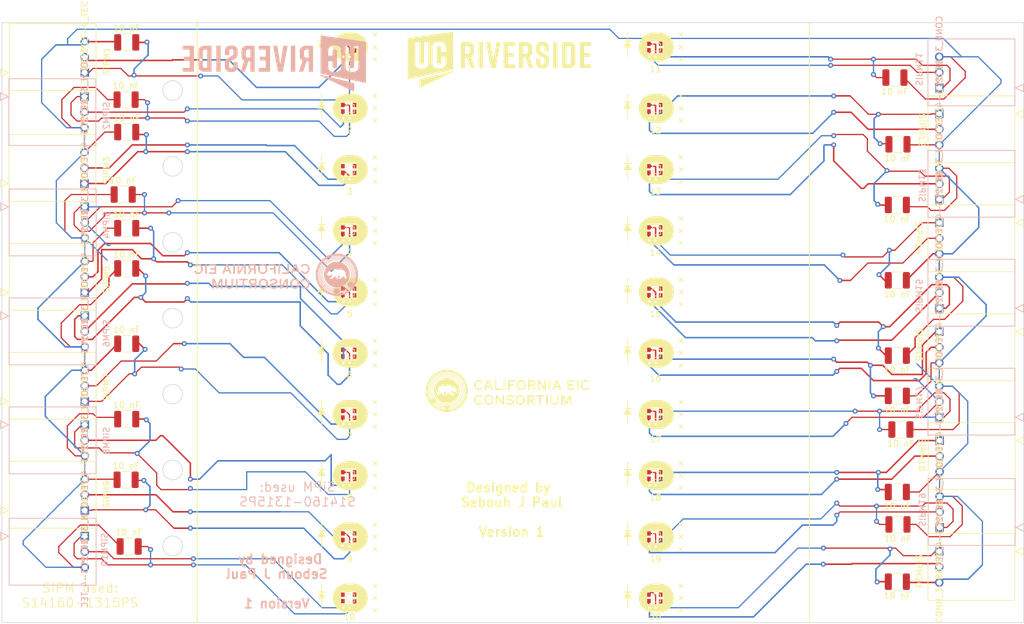
<source format=kicad_pcb>
(kicad_pcb (version 20211014) (generator pcbnew)
  (layers (0 "F.Cu" signal) (31 "B.Cu" signal) (34 "B.Paste" user) (35 "F.Paste" user) (36 "B.SilkS" user "B.Silkscreen") (37 "F.SilkS" user "F.Silkscreen") (38 "B.Mask" user) (39 "F.Mask" user) (44 "Edge.Cuts" user))
  (net 0 "")
  (footprint "Capacitor_SMD:C_1210_3225Metric" (layer "F.Cu") (at 191.9925 124.246784 180)
    (fp_text reference "10 nF")
    (fp_text value "C_1210_3225Metric")
  )
  (footprint "Capacitor_SMD:C_1210_3225Metric" (layer "F.Cu") (at 66 107.6)
    (fp_text reference "10 nF")
    (fp_text value "C_1210_3225Metric")
  )
  (footprint "SiPM:S14160-1315PS_racetrack_dimple" (layer "F.Cu") (at 102.63 36.92)
    (fp_text reference "REF**" hide)
    (fp_text value "S14160-3015PS")
  )
  (footprint "Capacitor_SMD:C_1210_3225Metric" (layer "F.Cu") (at 66.5 118.5)
    (fp_text reference "10 nF")
    (fp_text value "C_1210_3225Metric")
  )
  (footprint "Capacitor_SMD:C_1210_3225Metric" (layer "F.Cu") (at 192.5675 99.3925 180)
    (fp_text reference "10 nF")
    (fp_text value "C_1210_3225Metric")
  )
  (footprint "SiPM:S14160-1315PS_racetrack_dimple" (layer "F.Cu") (at 152.63 76.92)
    (fp_text reference "REF**" hide)
    (fp_text value "S14160-3015PS")
  )
  (footprint "Capacitor_SMD:C_1210_3225Metric" (layer "F.Cu") (at 191.9925 87.319643 180)
    (fp_text reference "10 nF")
    (fp_text value "C_1210_3225Metric")
  )
  (footprint "Capacitor_SMD:C_1210_3225Metric" (layer "F.Cu") (at 191.9925 75.010596 180)
    (fp_text reference "10 nF")
    (fp_text value "C_1210_3225Metric")
  )
  (footprint "Capacitor_SMD:C_1210_3225Metric" (layer "F.Cu") (at 66.1 36.145716)
    (fp_text reference "10 nF")
    (fp_text value "C_1210_3225Metric")
  )
  (footprint "Capacitor_SMD:C_1210_3225Metric" (layer "F.Cu") (at 65.525 61)
    (fp_text reference "10 nF")
    (fp_text value "C_1210_3225Metric")
  )
  (footprint "AMPMODU:3-102203-4" (layer "F.Cu") (at 59.2 59.2 90)
    (fp_text reference "REF**")
    (fp_text value "CONN_3-102203-4_TEC")
  )
  (footprint "SiPM:S14160-1315PS_racetrack_dimple" (layer "F.Cu") (at 152.63 66.92)
    (fp_text reference "REF**" hide)
    (fp_text value "S14160-3015PS")
  )
  (footprint "Capacitor_SMD:C_1210_3225Metric" (layer "F.Cu") (at 192.0925 52.7925 180)
    (fp_text reference "10 nF")
    (fp_text value "C_1210_3225Metric")
  )
  (footprint "SiPM:S14160-1315PS_racetrack_dimple" (layer "F.Cu") (at 102.63 86.92)
    (fp_text reference "REF**" hide)
    (fp_text value "S14160-3015PS")
  )
  (footprint "Capacitor_SMD:C_1210_3225Metric" (layer "F.Cu") (at 191.5925 41.8925 180)
    (fp_text reference "10 nF")
    (fp_text value "C_1210_3225Metric")
  )
  (footprint "SiPM:S14160-1315PS_racetrack_dimple" (layer "F.Cu") (at 102.63 76.92)
    (fp_text reference "REF**" hide)
    (fp_text value "S14160-3015PS")
  )
  (footprint "SiPM:S14160-1315PS_racetrack_dimple" (layer "F.Cu") (at 152.63 86.92)
    (fp_text reference "REF**" hide)
    (fp_text value "S14160-3015PS")
  )
  (footprint "Capacitor_SMD:C_1210_3225Metric" (layer "F.Cu") (at 66.1 73.072857)
    (fp_text reference "10 nF")
    (fp_text value "C_1210_3225Metric")
  )
  (footprint "AMPMODU:3-102203-4" (layer "F.Cu") (at 59.2501 41.1 90)
    (fp_text reference "REF**")
    (fp_text value "CONN_3-102203-4_TEC")
  )
  (footprint "SiPM:S14160-1315PS_racetrack_dimple" (layer "F.Cu") (at 152.63 36.92)
    (fp_text reference "REF**" hide)
    (fp_text value "S14160-3015PS")
  )
  (footprint "AMPMODU:3-102203-4" (layer "F.Cu") (at 59.2501 76.9875 90)
    (fp_text reference "REF**")
    (fp_text value "CONN_3-102203-4_TEC")
  )
  (footprint "SiPM:S14160-1315PS_racetrack_dimple" (layer "F.Cu") (at 102.63 66.92)
    (fp_text reference "REF**" hide)
    (fp_text value "S14160-3015PS")
  )
  (footprint "Capacitor_SMD:C_1210_3225Metric" (layer "F.Cu") (at 66.1 66.5)
    (fp_text reference "10 nF")
    (fp_text value "C_1210_3225Metric")
  )
  (footprint "Capacitor_SMD:C_1210_3225Metric" (layer "F.Cu") (at 66.1 50.8)
    (fp_text reference "10 nF")
    (fp_text value "C_1210_3225Metric")
  )
  (footprint "AMPMODU:3-102203-4" (layer "F.Cu") (at 198.8424 65.605 -90)
    (fp_text reference "REF**")
    (fp_text value "CONN_3-102203-4_TEC")
  )
  (footprint "AMPMODU:3-102203-4" (layer "F.Cu") (at 198.8424 83.405 -90)
    (fp_text reference "REF**")
    (fp_text value "CONN_3-102203-4_TEC")
  )
  (footprint "SiPM:S14160-1315PS_racetrack_dimple" (layer "F.Cu") (at 102.63 96.92)
    (fp_text reference "REF**" hide)
    (fp_text value "S14160-3015PS")
  )
  (footprint "SiPM:S14160-1315PS_racetrack_dimple" (layer "F.Cu") (at 102.63 46.92)
    (fp_text reference "REF**" hide)
    (fp_text value "S14160-3015PS")
  )
  (footprint "AMPMODU:3-102203-4" (layer "F.Cu") (at 198.8925 101.1925 -90)
    (fp_text reference "REF**")
    (fp_text value "CONN_3-102203-4_TEC")
  )
  (footprint "SiPM:S14160-1315PS_racetrack_dimple" (layer "F.Cu") (at 152.63 56.92)
    (fp_text reference "REF**" hide)
    (fp_text value "S14160-3015PS")
  )
  (footprint "Capacitor_SMD:C_1210_3225Metric" (layer "F.Cu") (at 191.9925 62.701549 180)
    (fp_text reference "10 nF")
    (fp_text value "C_1210_3225Metric")
  )
  (footprint "AMPMODU:3-102203-4" (layer "F.Cu") (at 198.8424 47.805 -90)
    (fp_text reference "REF**")
    (fp_text value "CONN_3-102203-4_TEC")
  )
  (footprint "Capacitor_SMD:C_1210_3225Metric" (layer "F.Cu") (at 192.0925 114.8925 180)
    (fp_text reference "10 nF")
    (fp_text value "C_1210_3225Metric")
  )
  (footprint "Capacitor_SMD:C_1210_3225Metric" (layer "F.Cu") (at 66.1 85.381904)
    (fp_text reference "10 nF")
    (fp_text value "C_1210_3225Metric")
  )
  (footprint "SiPM:S14160-1315PS_racetrack_dimple" (layer "F.Cu") (at 152.63 46.92)
    (fp_text reference "REF**" hide)
    (fp_text value "S14160-3015PS")
  )
  (footprint "SiPM:S14160-1315PS_racetrack_dimple" (layer "F.Cu") (at 102.63 106.92)
    (fp_text reference "REF**" hide)
    (fp_text value "S14160-3015PS")
  )
  (footprint "AMPMODU:3-102203-4" (layer "F.Cu") (at 59.2501 94.7875 90)
    (fp_text reference "REF**")
    (fp_text value "CONN_3-102203-4_TEC")
  )
  (footprint "SiPM:S14160-1315PS_racetrack_dimple" (layer "F.Cu") (at 152.63 96.92)
    (fp_text reference "REF**" hide)
    (fp_text value "S14160-3015PS")
  )
  (footprint "SiPM:S14160-1315PS_racetrack_dimple" (layer "F.Cu") (at 152.63 116.92)
    (fp_text reference "REF**" hide)
    (fp_text value "S14160-3015PS")
  )
  (footprint "Symbol:consortium_logo_3cm" (layer "F.Cu") (at 128 93)
    (fp_text reference "G***" hide)
    (fp_text value "LOGO" hide)
  )
  (footprint "SiPM:S14160-1315PS_racetrack_dimple" (layer "F.Cu") (at 152.63 126.92)
    (fp_text reference "REF**" hide)
    (fp_text value "S14160-3015PS")
  )
  (footprint "Capacitor_SMD:C_1210_3225Metric" (layer "F.Cu") (at 191.9925 109.5925 180)
    (fp_text reference "10 nF")
    (fp_text value "C_1210_3225Metric")
  )
  (footprint "SiPM:S14160-1315PS_racetrack_dimple" (layer "F.Cu") (at 152.63 106.92)
    (fp_text reference "REF**" hide)
    (fp_text value "S14160-3015PS")
  )
  (footprint "AMPMODU:3-102203-4" (layer "F.Cu") (at 59.2501 112.5875 90)
    (fp_text reference "REF**")
    (fp_text value "CONN_3-102203-4_TEC")
  )
  (footprint "SiPM:S14160-1315PS_racetrack_dimple" (layer "F.Cu") (at 102.63 116.92)
    (fp_text reference "REF**" hide)
    (fp_text value "S14160-3015PS")
  )
  (footprint "Capacitor_SMD:C_1210_3225Metric" (layer "F.Cu") (at 66.1 97.690951)
    (fp_text reference "10 nF")
    (fp_text value "C_1210_3225Metric")
  )
  (footprint "AMPMODU:3-102203-4" (layer "F.Cu") (at 198.8424 119.2925 -90)
    (fp_text reference "REF**")
    (fp_text value "CONN_3-102203-4_TEC")
  )
  (footprint "SiPM:S14160-1315PS_racetrack_dimple" (layer "F.Cu") (at 102.63 126.92)
    (fp_text reference "REF**" hide)
    (fp_text value "S14160-3015PS")
  )
  (footprint "Symbol:UCR_Logo_3cm" (layer "F.Cu") (at 127 39)
    (fp_text reference "G***" hide)
    (fp_text value "LOGO" hide)
  )
  (footprint "Capacitor_SMD:C_1210_3225Metric" (layer "F.Cu") (at 191.9925 93.8925 180)
    (fp_text reference "10 nF")
    (fp_text value "C_1210_3225Metric")
  )
  (footprint "Capacitor_SMD:C_1210_3225Metric" (layer "F.Cu") (at 66 45.5)
    (fp_text reference "10 nF")
    (fp_text value "C_1210_3225Metric")
  )
  (footprint "SiPM:S14160-1315PS_racetrack_dimple" (layer "F.Cu") (at 102.63 56.92)
    (fp_text reference "REF**" hide)
    (fp_text value "S14160-3015PS")
  )
  (footprint "AMPMODU:3-102203-4" (layer "B.Cu") (at 59.2501 80.8125 -90)
    (fp_text reference "REF**")
    (fp_text value "CONN_3-102203-4_TEC")
  )
  (footprint "AMPMODU:3-102203-4" (layer "B.Cu") (at 198.8925 115.3925 90)
    (fp_text reference "REF**")
    (fp_text value "CONN_3-102203-4_TEC")
  )
  (footprint "AMPMODU:3-102203-4" (layer "B.Cu") (at 59.2501 116.8125 -90)
    (fp_text reference "REF**")
    (fp_text value "CONN_3-102203-4_TEC")
  )
  (footprint "AMPMODU:3-102203-4" (layer "B.Cu") (at 198.8424 97.38 90)
    (fp_text reference "REF**")
    (fp_text value "CONN_3-102203-4_TEC")
  )
  (footprint "AMPMODU:3-102203-4" (layer "B.Cu") (at 59.2 45 -90)
    (fp_text reference "REF**")
    (fp_text value "CONN_3-102203-4_TEC")
  )
  (footprint "AMPMODU:3-102203-4" (layer "B.Cu") (at 59.2501 98.6125 -90)
    (fp_text reference "REF**")
    (fp_text value "CONN_3-102203-4_TEC")
  )
  (footprint "AMPMODU:3-102203-4" (layer "B.Cu") (at 198.8424 79.58 90)
    (fp_text reference "REF**")
    (fp_text value "CONN_3-102203-4_TEC")
  )
  (footprint "AMPMODU:3-102203-4" (layer "B.Cu") (at 59.2501 63.0125 -90)
    (fp_text reference "REF**")
    (fp_text value "CONN_3-102203-4_TEC")
  )
  (footprint "AMPMODU:3-102203-4" (layer "B.Cu") (at 198.8424 43.58 90)
    (fp_text reference "REF**")
    (fp_text value "CONN_3-102203-4_TEC")
  )
  (footprint "AMPMODU:3-102203-4" (layer "B.Cu") (at 198.8424 61.78 90)
    (fp_text reference "REF**")
    (fp_text value "CONN_3-102203-4_TEC")
  )
  (footprint "Symbol:consortium_logo_3cm" (layer "B.Cu") (at 90.821159 74.026467 180)
    (fp_text reference "G***" hide)
    (fp_text value "LOGO" hide)
  )
  (footprint "Symbol:UCR_Logo_3cm" (layer "B.Cu") (at 90.2 39.6 180)
    (fp_text reference "G***" hide)
    (fp_text value "LOGO" hide)
  )
  (gr_line (start 177.63 33) (end 177.63 130.8) (layer "F.SilkS") (width 0.15))
  (gr_line (start 77.63 32.92) (end 77.63 130.91) (layer "F.SilkS") (width 0.15))
  (gr_circle (center 73.6 56.4) (end 75.2 56.4) (layer "Edge.Cuts") (width 0.1) (fill none))
  (gr_circle (center 73.6 118.4) (end 75.2 118.4) (layer "Edge.Cuts") (width 0.1) (fill none))
  (gr_circle (center 73.6 106) (end 75.2 106) (layer "Edge.Cuts") (width 0.1) (fill none))
  (gr_rect (start 45.72 32.92) (end 212.64 130.91) (layer "Edge.Cuts") (width 0.1) (fill none))
  (gr_circle (center 73.6 68.8) (end 75.2 68.8) (layer "Edge.Cuts") (width 0.1) (fill none))
  (gr_circle (center 73.6 81.2) (end 75.2 81.2) (layer "Edge.Cuts") (width 0.1) (fill none))
  (gr_circle (center 73.6 93.6) (end 75.2 93.6) (layer "Edge.Cuts") (width 0.1) (fill none))
  (gr_circle (center 73.6 44) (end 75.2 44) (layer "Edge.Cuts") (width 0.1) (fill none))
  (gr_text "SiPM13" (at 196 59.5 -90) (layer "B.SilkS") (effects (font (size 1 1)) (justify mirror)))
  (gr_text "SiPM10" (at 62.5 119 90) (layer "B.SilkS") (effects (font (size 1 1)) (justify mirror)))
  (gr_text "SiPM11" (at 195.5 40.5 -90) (layer "B.SilkS") (effects (font (size 1 1)) (justify mirror)))
  (gr_text "SiPM15" (at 195.5 77.5 -90) (layer "B.SilkS") (effects (font (size 1 1)) (justify mirror)))
  (gr_text "SiPM8" (at 62.8 101.221425 90) (layer "B.SilkS") (effects (font (size 1 1)) (justify mirror)))
  (gr_text "SiPM2" (at 62.8 48.121428 90) (layer "B.SilkS") (effects (font (size 1 1)) (justify mirror)))
  (gr_text "SiPM used:\nS14160-1315PS" (at 94 110) (layer "B.SilkS") (effects (font (size 1.5 1.5)) (justify mirror)))
  (gr_text "SiPM17" (at 195.5 95 -90) (layer "B.SilkS") (effects (font (size 1 1)) (justify mirror)))
  (gr_text "Designed by \nSebouh J Paul\n\nVersion 1" (at 90.6 124.2) (layer "B.SilkS") (effects (font (size 1.5 1.5) (thickness 0.3)) (justify mirror)))
  (gr_text "SiPM6" (at 62.8 83.664283 90) (layer "B.SilkS") (effects (font (size 1 1)) (justify mirror)))
  (gr_text "SiPM19" (at 196 112.5 -90) (layer "B.SilkS") (effects (font (size 1 1)) (justify mirror)))
  (gr_text "SiPM4" (at 62.8 65.964284 90) (layer "B.SilkS") (effects (font (size 1 1)) (justify mirror)))
  (gr_text "SiPM7" (at 62.8 92.442854 90) (layer "F.SilkS") (effects (font (size 1 1))))
  (gr_text "9" (at 102.5 120.5) (layer "F.SilkS") (effects (font (size 1 1))))
  (gr_text "10" (at 102.5 130) (layer "F.SilkS") (effects (font (size 1 1))))
  (gr_text "SiPM20" (at 195.5 122.5 270) (layer "F.SilkS") (effects (font (size 1 1))))
  (gr_text "SiPM used:\nS14160-1315PS" (at 58.5 126.5) (layer "F.SilkS") (effects (font (size 1.5 1.5))))
  (gr_text "8" (at 102.5 110.5) (layer "F.SilkS") (effects (font (size 1 1))))
  (gr_text "12" (at 152.5 50.5) (layer "F.SilkS") (effects (font (size 1 1))))
  (gr_text "SiPM1" (at 62.8 39.2 90) (layer "F.SilkS") (effects (font (size 1 1))))
  (gr_text "SiPM14" (at 195.5 68 270) (layer "F.SilkS") (effects (font (size 1 1))))
  (gr_text "3" (at 102.5 60.5) (layer "F.SilkS") (effects (font (size 1 1))))
  (gr_text "19" (at 152.5 120.5) (layer "F.SilkS") (effects (font (size 1 1))))
  (gr_text "SiPM3" (at 62.8 57.042856 90) (layer "F.SilkS") (effects (font (size 1 1))))
  (gr_text "7" (at 102.5 100.5) (layer "F.SilkS") (effects (font (size 1 1))))
  (gr_text "SiPM9" (at 62.8 110 90) (layer "F.SilkS") (effects (font (size 1 1))))
  (gr_text "16" (at 152.5 91) (layer "F.SilkS") (effects (font (size 1 1))))
  (gr_text "5" (at 102.5 80.5) (layer "F.SilkS") (effects (font (size 1 1))))
  (gr_text "SiPM18" (at 196 103.5 270) (layer "F.SilkS") (effects (font (size 1 1))))
  (gr_text "15" (at 152.5 80.5) (layer "F.SilkS") (effects (font (size 1 1))))
  (gr_text "14" (at 152.5 70.5) (layer "F.SilkS") (effects (font (size 1 1))))
  (gr_text "SiPM12" (at 196 50.5 270) (layer "F.SilkS") (effects (font (size 1 1))))
  (gr_text "20" (at 152.5 130) (layer "F.SilkS") (effects (font (size 1 1))))
  (gr_text "18" (at 152.5 110.5) (layer "F.SilkS") (effects (font (size 1 1))))
  (gr_text "11" (at 152.5 40.5) (layer "F.SilkS") (effects (font (size 1 1))))
  (gr_text "2" (at 102.5 50.5) (layer "F.SilkS") (effects (font (size 1 1))))
  (gr_text "17" (at 152.5 101) (layer "F.SilkS") (effects (font (size 1 1))))
  (gr_text "SiPM5" (at 62.8 74.885712 90) (layer "F.SilkS") (effects (font (size 1 1))))
  (gr_text "6" (at 102.5 90.5) (layer "F.SilkS") (effects (font (size 1 1))))
  (gr_text "Designed by \nSebouh J Paul\n\nVersion 1" (at 129 112.5) (layer "F.SilkS") (effects (font (size 1.5 1.5) (thickness 0.3))))
  (gr_text "4" (at 102.5 70.5) (layer "F.SilkS") (effects (font (size 1 1))))
  (gr_text "SiPM16" (at 195.5 85.5 270) (layer "F.SilkS") (effects (font (size 1 1))))
  (gr_text "13" (at 152.5 60.5) (layer "F.SilkS") (effects (font (size 1 1))))
  (gr_text "1" (at 102.5 40.5) (layer "F.SilkS") (effects (font (size 1 1))))
  (segment (start 70.8 112.5) (end 73.8 115.5) (width 0.2) (layer "F.Cu") (net 0))
  (segment (start 76 75.5) (end 75.9 75.6) (width 0.25) (layer "F.Cu") (net 0))
  (segment (start 198.8424 52.885) (end 196.685 52.885) (width 0.2) (layer "F.Cu") (net 0))
  (segment (start 152.5 126.5) (end 152 126) (width 0.2) (layer "F.Cu") (net 0))
  (segment (start 196.0925 90.3925) (end 196.0925 85.5925) (width 0.25) (layer "F.Cu") (net 0))
  (segment (start 102.5 38.5) (end 102.5 37) (width 0.2) (layer "F.Cu") (net 0))
  (segment (start 198.8424 41.04) (end 195.24 41.04) (width 0.2) (layer "F.Cu") (net 0))
  (segment (start 196.5925 111.3925) (end 196.0925 111.8925) (width 0.2) (layer "F.Cu") (net 0))
  (segment (start 102.37 46.37) (end 102.5 46.5) (width 0.2) (layer "F.Cu") (net 0))
  (segment (start 151.3575 78.3575) (end 151.5 78.5) (width 0.25) (layer "F.Cu") (net 0))
  (segment (start 71.6 100.4) (end 70.8475 101.1525) (width 0.25) (layer "F.Cu") (net 0))
  (segment (start 102.5 37) (end 101.87 36.37) (width 0.2) (layer "F.Cu") (net 0))
  (segment (start 76.5 107.5) (end 76.5 104.9) (width 0.25) (layer "F.Cu") (net 0))
  (segment (start 62 74.8) (end 59.8125 76.9875) (width 0.25) (layer "F.Cu") (net 0))
  (segment (start 196.6925 86.7925) (end 197.54 85.945) (width 0.25) (layer "F.Cu") (net 0))
  (segment (start 67.975 118.5) (end 69.5 118.5) (width 0.2) (layer "F.Cu") (net 0))
  (segment (start 101.87 57.37) (end 101.3575 57.37) (width 0.25) (layer "F.Cu") (net 0))
  (segment (start 200.4925 76.1925) (end 200.4925 78.9925) (width 0.25) (layer "F.Cu") (net 0))
  (segment (start 62.0125 94.7875) (end 59.2501 94.7875) (width 0.2) (layer "F.Cu") (net 0))
  (segment (start 152.37 106.37) (end 152.5 106.5) (width 0.25) (layer "F.Cu") (net 0))
  (segment (start 75.5 48.5) (end 76 49) (width 0.2) (layer "F.Cu") (net 0))
  (segment (start 72 71) (end 70 69) (width 0.25) (layer "F.Cu") (net 0))
  (segment (start 58 120.5) (end 62 120.5) (width 0.2) (layer "F.Cu") (net 0))
  (segment (start 187.0925 53.8925) (end 190.2925 57.0925) (width 0.2) (layer "F.Cu") (net 0))
  (segment (start 102.5 58) (end 101.87 57.37) (width 0.25) (layer "F.Cu") (net 0))
  (segment (start 57.6 84.2) (end 57.6 81.4) (width 0.25) (layer "F.Cu") (net 0))
  (segment (start 75 89.5) (end 74.7 89.2) (width 0.2) (layer "F.Cu") (net 0))
  (segment (start 202.0925 93.3925) (end 202.0925 98.3925) (width 0.2) (layer "F.Cu") (net 0))
  (segment (start 71 106.5) (end 67.8 103.3) (width 0.2) (layer "F.Cu") (net 0))
  (segment (start 198.8424 124.3725) (end 193.593216 124.3725) (width 0.25) (layer "F.Cu") (net 0))
  (segment (start 188.8925 86.0925) (end 190.119643 87.319643) (width 0.25) (layer "F.Cu") (net 0))
  (segment (start 188.7925 109.1925) (end 190.1175 109.1925) (width 0.25) (layer "F.Cu") (net 0))
  (segment (start 151.3575 67.42) (end 151.3575 68.3575) (width 0.25) (layer "F.Cu") (net 0))
  (segment (start 59.2 47.54) (end 75.46 47.54) (width 0.2) (layer "F.Cu") (net 0))
  (segment (start 58.4875 63.0125) (end 57.5 64) (width 0.2) (layer "F.Cu") (net 0))
  (segment (start 102.5 68.5) (end 102.5 67.5) (width 0.25) (layer "F.Cu") (net 0))
  (segment (start 198.8424 119.265) (end 198.22 119.265) (width 0.2) (layer "F.Cu") (net 0))
  (segment (start 76 52.9) (end 67 52.9) (width 0.25) (layer "F.Cu") (net 0))
  (segment (start 201.0925 112.3925) (end 200.0925 111.3925) (width 0.2) (layer "F.Cu") (net 0))
  (segment (start 198.8424 68.145) (end 196.94 68.145) (width 0.2) (layer "F.Cu") (net 0))
  (segment (start 76 78) (end 75.441068 78.558932) (width 0.25) (layer "F.Cu") (net 0))
  (segment (start 73.799648 115.51) (end 76.49 115.51) (width 0.25) (layer "F.Cu") (net 0))
  (segment (start 151.3575 76.37) (end 151.87 76.37) (width 0.25) (layer "F.Cu") (net 0))
  (segment (start 188.738216 124.246784) (end 188.6925 124.2925) (width 0.25) (layer "F.Cu") (net 0))
  (segment (start 57.6925 103.6925) (end 56.4 102.4) (width 0.2) (layer "F.Cu") (net 0))
  (segment (start 102.5 117) (end 102.5 118.5) (width 0.2) (layer "F.Cu") (net 0))
  (segment (start 198.8424 65.605) (end 198.8424 64.9424) (width 0.2) (layer "F.Cu") (net 0))
  (segment (start 56 62) (end 57 61) (width 0.2) (layer "F.Cu") (net 0))
  (segment (start 102.5 78.5) (end 102.5 77) (width 0.2) (layer "F.Cu") (net 0))
  (segment (start 190.5175 124.246784) (end 188.738216 124.246784) (width 0.25) (layer "F.Cu") (net 0))
  (segment (start 199.6925 81.3925) (end 202.6925 78.3925) (width 0.2) (layer "F.Cu") (net 0))
  (segment (start 189.5925 71.1925) (end 190.6925 70.0925) (width 0.2) (layer "F.Cu") (net 0))
  (segment (start 59.2501 65.5525) (end 61.8026 63) (width 0.2) (layer "F.Cu") (net 0))
  (segment (start 59.2501 41.1275) (end 59.8725 41.1275) (width 0.2) (layer "F.Cu") (net 0))
  (segment (start 58 49) (end 61.5 49) (width 0.2) (layer "F.Cu") (net 0))
  (segment (start 101.3575 98.3575) (end 101.3575 97.42) (width 0.2) (layer "F.Cu") (net 0))
  (segment (start 59.2501 116.8125) (end 58.6875 116.8125) (width 0.2) (layer "F.Cu") (net 0))
  (segment (start 57.5 66) (end 58.5 67) (width 0.2) (layer "F.Cu") (net 0))
  (segment (start 67.0026 75.6) (end 59.2501 83.3525) (width 0.25) (layer "F.Cu") (net 0))
  (segment (start 183.0925 70.8925) (end 183.3925 71.1925) (width 0.2) (layer "F.Cu") (net 0))
  (segment (start 151.3575 108.3575) (end 151.5 108.5) (width 0.25) (layer "F.Cu") (net 0))
  (segment (start 64 120.5) (end 77 120.5) (width 0.2) (layer "F.Cu") (net 0))
  (segment (start 59.296884 103.2) (end 59.2701 103.173216) (width 0.2) (layer "F.Cu") (net 0))
  (segment (start 69 64) (end 73 64) (width 0.2) (layer "F.Cu") (net 0))
  (segment (start 78.2 39) (end 73.6 39) (width 0.25) (layer "F.Cu") (net 0))
  (segment (start 64.499284 36.02) (end 64.625 36.145716) (width 0.25) (layer "F.Cu") (net 0))
  (segment (start 69.158932 78.558932) (end 68.4 77.8) (width 0.25) (layer "F.Cu") (net 0))
  (segment (start 200.5925 116.8925) (end 197.0925 116.8925) (width 0.2) (layer "F.Cu") (net 0))
  (segment (start 152.5 86.5) (end 152.5 88.5) (width 0.25) (layer "F.Cu") (net 0))
  (segment (start 67.575 107.7) (end 67.475 107.6) (width 0.2) (layer "F.Cu") (net 0))
  (segment (start 68.5 89.2) (end 67.4 90.3) (width 0.2) (layer "F.Cu") (net 0))
  (segment (start 75.9 75.6) (end 67.0026 75.6) (width 0.25) (layer "F.Cu") (net 0))
  (segment (start 62 48.5) (end 69.5 48.5) (width 0.2) (layer "F.Cu") (net 0))
  (segment (start 151.3575 118.3575) (end 151.5 118.5) (width 0.25) (layer "F.Cu") (net 0))
  (segment (start 59.2501 94.7875) (end 59.2501 95.4501) (width 0.2) (layer "F.Cu") (net 0))
  (segment (start 182.1925 84.7925) (end 191.0899 84.7925) (width 0.25) (layer "F.Cu") (net 0))
  (segment (start 197.6212 75.7212) (end 200.0212 75.7212) (width 0.25) (layer "F.Cu") (net 0))
  (segment (start 188.91917 62.71917) (end 190.499879 62.71917) (width 0.25) (layer "F.Cu") (net 0))
  (segment (start 187.0925 51.8925) (end 187.0925 53.8925) (width 0.2) (layer "F.Cu") (net 0))
  (segment (start 200.5925 96.3925) (end 200.5925 94.3925) (width 0.2) (layer "F.Cu") (net 0))
  (segment (start 196.6925 90.2925) (end 196.6925 86.7925) (width 0.25) (layer "F.Cu") (net 0))
  (segment (start 181.6025 44.8825) (end 181.5925 44.8925) (width 0.25) (layer "F.Cu") (net 0))
  (segment (start 197.6 88.485) (end 197.4925 88.5925) (width 0.2) (layer "F.Cu") (net 0))
  (segment (start 56.4 98.8) (end 58.4 96.8) (width 0.2) (layer "F.Cu") (net 0))
  (segment (start 151.3575 88.3575) (end 151.5 88.5) (width 0.25) (layer "F.Cu") (net 0))
  (segment (start 61.4 73.6) (end 60.5525 74.4475) (width 0.25) (layer "F.Cu") (net 0))
  (segment (start 58.5 115) (end 61.525 115) (width 0.2) (layer "F.Cu") (net 0))
  (segment (start 188.0925 93.8925) (end 190.5175 93.8925) (width 0.25) (layer "F.Cu") (net 0))
  (segment (start 198.795616 57.1925) (end 198.8224 57.219284) (width 0.2) (layer "F.Cu") (net 0))
  (segment (start 60.3875 112.5875) (end 60.475 112.5) (width 0.2) (layer "F.Cu") (net 0))
  (segment (start 62.4 103.2) (end 61.6 102.4) (width 0.2) (layer "F.Cu") (net 0))
  (segment (start 197.0925 116.8925) (end 195.0925 114.8925) (width 0.2) (layer "F.Cu") (net 0))
  (segment (start 59.2 50.08) (end 57.08 50.08) (width 0.2) (layer "F.Cu") (net 0))
  (segment (start 196.685 52.885) (end 193.66 52.885) (width 0.2) (layer "F.Cu") (net 0))
  (segment (start 69.5 48.5) (end 75.5 48.5) (width 0.2) (layer "F.Cu") (net 0))
  (segment (start 55.5 48.5) (end 55.5 45.5) (width 0.2) (layer "F.Cu") (net 0))
  (segment (start 57.5 64) (end 57.5 66) (width 0.2) (layer "F.Cu") (net 0))
  (segment (start 67.975 51.2) (end 67.575 50.8) (width 0.25) (layer "F.Cu") (net 0))
  (segment (start 151.3575 58.3575) (end 151.5 58.5) (width 0.25) (layer "F.Cu") (net 0))
  (segment (start 102.5 118.5) (end 102.5 119) (width 0.2) (layer "F.Cu") (net 0))
  (segment (start 179.8925 121.3925) (end 184.4925 121.3925) (width 0.25) (layer "F.Cu") (net 0))
  (segment (start 61 43.5) (end 63 45.5) (width 0.2) (layer "F.Cu") (net 0))
  (segment (start 76.49 115.51) (end 76.5 115.5) (width 0.25) (layer "F.Cu") (net 0))
  (segment (start 190.2925 57.0925) (end 190.3925 57.1925) (width 0.2) (layer "F.Cu") (net 0))
  (segment (start 203.0925 40.8925) (end 203.0925 41.8925) (width 0.2) (layer "F.Cu") (net 0))
  (segment (start 102.5 108.5) (end 102.5 106.5) (width 0.25) (layer "F.Cu") (net 0))
  (segment (start 101.3575 66.37) (end 102.37 66.37) (width 0.2) (layer "F.Cu") (net 0))
  (segment (start 151.3575 86.37) (end 152.37 86.37) (width 0.25) (layer "F.Cu") (net 0))
  (segment (start 67.972857 73.072857) (end 67.575 73.072857) (width 0.25) (layer "F.Cu") (net 0))
  (segment (start 190.1925 106.3925) (end 195.3925 101.1925) (width 0.25) (layer "F.Cu") (net 0))
  (segment (start 67.4 90.3) (end 66.5 90.3) (width 0.2) (layer "F.Cu") (net 0))
  (segment (start 182.0925 82.3925) (end 182.651432 81.833568) (width 0.25) (layer "F.Cu") (net 0))
  (segment (start 59.8125 76.9875) (end 59.2501 76.9875) (width 0.25) (layer "F.Cu") (net 0))
  (segment (start 101.5 48.5) (end 101.4375 48.5) (width 0.25) (layer "F.Cu") (net 0))
  (segment (start 181.5925 52.8925) (end 181.5925 55.4925) (width 0.25) (layer "F.Cu") (net 0))
  (segment (start 58 45) (end 57 46) (width 0.2) (layer "F.Cu") (net 0))
  (segment (start 151.5 38.5) (end 151.5 37.5625) (width 0.2) (layer "F.Cu") (net 0))
  (segment (start 151.3575 117.42) (end 151.3575 118.3575) (width 0.25) (layer "F.Cu") (net 0))
  (segment (start 62.5 69) (end 61.4 70.1) (width 0.25) (layer "F.Cu") (net 0))
  (segment (start 67 61) (end 69 61) (width 0.2) (layer "F.Cu") (net 0))
  (segment (start 75.441068 78.558932) (end 69.158932 78.558932) (width 0.25) (layer "F.Cu") (net 0))
  (segment (start 101.87 96.37) (end 101.3575 96.37) (width 0.2) (layer "F.Cu") (net 0))
  (segment (start 101.87 116.37) (end 102.5 117) (width 0.2) (layer "F.Cu") (net 0))
  (segment (start 101.3575 88.3575) (end 101.5 88.5) (width 0.2) (layer "F.Cu") (net 0))
  (segment (start 102.5 98.5) (end 102.5 97) (width 0.2) (layer "F.Cu") (net 0))
  (segment (start 196.94 68.145) (end 192.8925 72.1925) (width 0.2) (layer "F.Cu") (net 0))
  (segment (start 57.6 102.2) (end 57.6 99.8) (width 0.2) (layer "F.Cu") (net 0))
  (segment (start 189.0925 96.3925) (end 185.0925 96.3925) (width 0.2) (layer "F.Cu") (net 0))
  (segment (start 202.5925 114.8925) (end 200.5925 116.8925) (width 0.2) (layer "F.Cu") (net 0))
  (segment (start 199.905 79.58) (end 198.8424 79.58) (width 0.25) (layer "F.Cu") (net 0))
  (segment (start 61 66) (end 62.5 64.5) (width 0.2) (layer "F.Cu") (net 0))
  (segment (start 59.2501 68.0925) (end 57.0925 68.0925) (width 0.2) (layer "F.Cu") (net 0))
  (segment (start 198.8424 88.485) (end 197.6 88.485) (width 0.2) (layer "F.Cu") (net 0))
  (segment (start 188.8925 106.3925) (end 190.1925 106.3925) (width 0.25) (layer "F.Cu") (net 0))
  (segment (start 57.6 99.8) (end 58.7875 98.6125) (width 0.2) (layer "F.Cu") (net 0))
  (segment (start 101.3575 78.3575) (end 101.5 78.5) (width 0.2) (layer "F.Cu") (net 0))
  (segment (start 76 72) (end 71 72) (width 0.25) (layer "F.Cu") (net 0))
  (segment (start 190.3925 57.1925) (end 195.6925 57.1925) (width 0.2) (layer "F.Cu") (net 0))
  (segment (start 101.87 36.37) (end 101.3575 36.37) (width 0.2) (layer "F.Cu") (net 0))
  (segment (start 59.8725 41.1275) (end 60.6 40.4) (width 0.2) (layer "F.Cu") (net 0))
  (segment (start 190.5175 52.6925) (end 190.6175 52.7925) (width 0.2) (layer "F.Cu") (net 0))
  (segment (start 200.4925 58.1925) (end 200.4925 60.5925) (width 0.2) (layer "F.Cu") (net 0))
  (segment (start 69 45.5) (end 69.5 46) (width 0.2) (layer "F.Cu") (net 0))
  (segment (start 151.87 76.37) (end 152.5 77) (width 0.25) (layer "F.Cu") (net 0))
  (segment (start 196.5675 45.3925) (end 193.0675 41.8925) (width 0.2) (layer "F.Cu") (net 0))
  (segment (start 57 48) (end 58 49) (width 0.2) (layer "F.Cu") (net 0))
  (segment (start 195.5725 109.5925) (end 193.4675 109.5925) (width 0.2) (layer "F.Cu") (net 0))
  (segment (start 59.2501 63.0125) (end 58.4875 63.0125) (width 0.2) (layer "F.Cu") (net 0))
  (segment (start 151.3575 106.37) (end 152.37 106.37) (width 0.25) (layer "F.Cu") (net 0))
  (segment (start 61.1525 92.2475) (end 65.2 88.2) (width 0.2) (layer "F.Cu") (net 0))
  (segment (start 198.8424 43.58) (end 199.405 43.58) (width 0.2) (layer "F.Cu") (net 0))
  (segment (start 102.5 66.5) (end 102.5 68) (width 0.2) (layer "F.Cu") (net 0))
  (segment (start 76 70.5) (end 75.5 71) (width 0.25) (layer "F.Cu") (net 0))
  (segment (start 198.8925 115.3925) (end 200.0925 115.3925) (width 0.2) (layer "F.Cu") (net 0))
  (segment (start 197.4925 91.4925) (end 195.0925 93.8925) (width 0.2) (layer "F.Cu") (net 0))
  (segment (start 187.0925 88.3925) (end 187.5925 88.8925) (width 0.25) (layer "F.Cu") (net 0))
  (segment (start 197.4925 63.5925) (end 196.8925 62.9925) (width 0.2) (layer "F.Cu") (net 0))
  (segment (start 200.4925 60.5925) (end 199.305 61.78) (width 0.2) (layer "F.Cu") (net 0))
  (segment (start 57.6 81.4) (end 58.1875 80.8125) (width 0.25) (layer "F.Cu") (net 0))
  (segment (start 195.5925 91.3925) (end 196.6925 90.2925) (width 0.25) (layer "F.Cu") (net 0))
  (segment (start 102.5 48.5) (end 102.5 48) (width 0.25) (layer "F.Cu") (net 0))
  (segment (start 63.24 56.66) (end 59.2 56.66) (width 0.25) (layer "F.Cu") (net 0))
  (segment (start 55.4 82) (end 55.4 84.4) (width 0.2) (layer "F.Cu") (net 0))
  (segment (start 187.245 59.24) (end 198.8424 59.24) (width 0.25) (layer "F.Cu") (net 0))
  (segment (start 73.6 39) (end 73.502494 39.097506) (width 0.25) (layer "F.Cu") (net 0))
  (segment (start 101.3575 117.42) (end 101.3575 118.3575) (width 0.2) (layer "F.Cu") (net 0))
  (segment (start 64.625 73.072857) (end 63.2 74.497857) (width 0.25) (layer "F.Cu") (net 0))
  (segment (start 70.919772 88.2) (end 73.759886 85.359886) (width 0.2) (layer "F.Cu") (net 0))
  (segment (start 152.37 86.37) (end 152.5 86.5) (width 0.25) (layer "F.Cu") (net 0))
  (segment (start 195.6925 57.1925) (end 196.4925 57.9925) (width 0.2) (layer "F.Cu") (net 0))
  (segment (start 187.215352 50.345) (end 198.8424 50.345) (width 0.25) (layer "F.Cu") (net 0))
  (segment (start 151.3575 96.37) (end 152.37 96.37) (width 0.25) (layer "F.Cu") (net 0))
  (segment (start 199.5925 45.3925) (end 196.5675 45.3925) (width 0.2) (layer "F.Cu") (net 0))
  (segment (start 152.5 116.5) (end 152.37 116.37) (width 0.2) (layer "F.Cu") (net 0))
  (segment (start 186.0925 89.3925) (end 188.0925 91.3925) (width 0.25) (layer "F.Cu") (net 0))
  (segment (start 61.6 102.4) (end 57.8 102.4) (width 0.2) (layer "F.Cu") (net 0))
  (segment (start 200.0212 75.7212) (end 200.4925 76.1925) (width 0.25) (layer "F.Cu") (net 0))
  (segment (start 181.5925 51.3925) (end 181.7925 51.1925) (width 0.2) (layer "F.Cu") (net 0))
  (segment (start 59.2501 121.8925) (end 57.3925 121.8925) (width 0.2) (layer "F.Cu") (net 0))
  (segment (start 55 119.5) (end 55 118.5) (width 0.2) (layer "F.Cu") (net 0))
  (segment (start 102.5 88.5) (end 102.5 87) (width 0.2) (layer "F.Cu") (net 0))
  (segment (start 101.3575 107.42) (end 101.3575 108.3575) (width 0.2) (layer "F.Cu") (net 0))
  (segment (start 201.0925 99.3925) (end 194.0925 99.3925) (width 0.2) (layer "F.Cu") (net 0))
  (segment (start 101.5 98.5) (end 101.3575 98.3575) (width 0.2) (layer "F.Cu") (net 0))
  (segment (start 190.6925 70.0925) (end 191.5925 70.0925) (width 0.2) (layer "F.Cu") (net 0))
  (segment (start 101.5 58.5) (end 101.5 57.785) (width 0.25) (layer "F.Cu") (net 0))
  (segment (start 59.2501 36.02) (end 64.499284 36.02) (width 0.25) (layer "F.Cu") (net 0))
  (segment (start 151.3575 68.3575) (end 151.5 68.5) (width 0.25) (layer "F.Cu") (net 0))
  (segment (start 182.0925 107.4925) (end 191.0925 107.4925) (width 0.25) (layer "F.Cu") (net 0))
  (segment (start 75.5 71) (end 72 71) (width 0.25) (layer "F.Cu") (net 0))
  (segment (start 193.593216 124.3725) (end 193.4675 124.246784) (width 0.25) (layer "F.Cu") (net 0))
  (segment (start 61.525 115) (end 65.025 118.5) (width 0.2) (layer "F.Cu") (net 0))
  (segment (start 101.3575 87.42) (end 101.3575 88.3575) (width 0.2) (layer "F.Cu") (net 0))
  (segment (start 192.9525 119.9925) (end 191.7225 118.7625) (width 0.2) (layer "F.Cu") (net 0))
  (segment (start 68.5 71.5) (end 67 70) (width 0.25) (layer "F.Cu") (net 0))
  (segment (start 57.0925 68.0925) (end 56 67) (width 0.2) (layer "F.Cu") (net 0))
  (segment (start 101.5 38.5) (end 101.4375 38.5) (width 0.25) (layer "F.Cu") (net 0))
  (segment (start 70 66.5) (end 67.575 66.5) (width 0.25) (layer "F.Cu") (net 0))
  (segment (start 65.14 40.4) (end 66.37 41.63) (width 0.2) (layer "F.Cu") (net 0))
  (segment (start 197.8925 81.3925) (end 194.8925 84.3925) (width 0.2) (layer "F.Cu") (net 0))
  (segment (start 61.2 97.4) (end 64.334049 97.4) (width 0.2) (layer "F.Cu") (net 0))
  (segment (start 101.4375 38.5) (end 101.3575 38.42) (width 0.25) (layer "F.Cu") (net 0))
  (segment (start 60.2 79) (end 63.2 76) (width 0.2) (layer "F.Cu") (net 0))
  (segment (start 190.6175 114.8925) (end 189.0925 114.8925) (width 0.2) (layer "F.Cu") (net 0))
  (segment (start 202.6925 75.9925) (end 201.2 74.5) (width 0.2) (layer "F.Cu") (net 0))
  (segment (start 67.7 103.2) (end 62.4 103.2) (width 0.2) (layer "F.Cu") (net 0))
  (segment (start 101.3575 37.42) (end 101.3575 38.42) (width 0.2) (layer "F.Cu") (net 0))
  (segment (start 184.292852 44.8825) (end 181.6025 44.8825) (width 0.25) (layer "F.Cu") (net 0))
  (segment (start 188.8925 106.3925) (end 182.0925 106.3925) (width 0.25) (layer "F.Cu") (net 0))
  (segment (start 186.0925 59.9925) (end 186.4925 59.9925) (width 0.25) (layer "F.Cu") (net 0))
  (segment (start 101.87 76.37) (end 101.3575 76.37) (width 0.2) (layer "F.Cu") (net 0))
  (segment (start 188.5925 111.8925) (end 182.5925 111.8925) (width 0.2) (layer "F.Cu") (net 0))
  (segment (start 191.0925 99.3925) (end 189.0925 99.3925) (width 0.2) (layer "F.Cu") (net 0))
  (segment (start 67.575 36.145716) (end 69.354284 36.145716) (width 0.25) (layer "F.Cu") (net 0))
  (segment (start 60.6 40.4) (end 65.14 40.4) (width 0.2) (layer "F.Cu") (net 0))
  (segment (start 62 63) (end 73.5 63) (width 0.2) (layer "F.Cu") (net 0))
  (segment (start 58.4 79) (end 55.4 82) (width 0.2) (layer "F.Cu") (net 0))
  (segment (start 152.5 66.5) (end 152.5 68.5) (width 0.25) (layer "F.Cu") (net 0))
  (segment (start 55 118.5) (end 58.5 115) (width 0.2) (layer "F.Cu") (net 0))
  (segment (start 62.52 50.8) (end 64.625 50.8) (width 0.2) (layer "F.Cu") (net 0))
  (segment (start 76.5 112.830352) (end 73.66 112.830352) (width 0.25) (layer "F.Cu") (net 0))
  (segment (start 196.08 65.605) (end 198.8424 65.605) (width 0.2) (layer "F.Cu") (net 0))
  (segment (start 200.4925 78.9925) (end 199.905 79.58) (width 0.25) (layer "F.Cu") (net 0))
  (segment (start 151.7275 126) (end 151.3575 126.37) (width 0.2) (layer "F.Cu") (net 0))
  (segment (start 198.8925 110.3125) (end 201.0125 110.3125) (width 0.2) (layer "F.Cu") (net 0))
  (segment (start 189.910596 75.010596) (end 190.5175 75.010596) (width 0.25) (layer "F.Cu") (net 0))
  (segment (start 200.2925 57.9925) (end 200.4925 58.1925) (width 0.2) (layer "F.Cu") (net 0))
  (segment (start 151.3575 127.42) (end 151.3575 128.3575) (width 0.25) (layer "F.Cu") (net 0))
  (segment (start 198.8424 92.3) (end 201 92.3) (width 0.2) (layer "F.Cu") (net 0))
  (segment (start 60.475 112.5) (end 70.8 112.5) (width 0.2) (layer "F.Cu") (net 0))
  (segment (start 76.5 72.5) (end 76 72) (width 0.25) (layer "F.Cu") (net 0))
  (segment (start 189.0925 114.8925) (end 188.5925 114.3925) (width 0.2) (layer "F.Cu") (net 0))
  (segment (start 65.2 88.2) (end 70.919772 88.2) (width 0.2) (layer "F.Cu") (net 0))
  (segment (start 188.933568 81.833568) (end 189.6925 82.5925) (width 0.25) (layer "F.Cu") (net 0))
  (segment (start 184.4925 121.3925) (end 184.590006 121.294994) (width 0.25) (layer "F.Cu") (net 0))
  (segment (start 67.8 103.3) (end 67.7 103.2) (width 0.2) (layer "F.Cu") (net 0))
  (segment (start 60.6 71.8) (end 60.6 68.9) (width 0.2) (layer "F.Cu") (net 0))
  (segment (start 198.8424 94.84) (end 196.2899 97.3925) (width 0.2) (layer "F.Cu") (net 0))
  (segment (start 64.4325 107.5075) (end 64.525 107.6) (width 0.2) (layer "F.Cu") (net 0))
  (segment (start 182.5925 111.8925) (end 182.0925 111.3925) (width 0.2) (layer "F.Cu") (net 0))
  (segment (start 201.6925 61.5925) (end 199.6925 63.5925) (width 0.2) (layer "F.Cu") (net 0))
  (segment (start 58.4 96.8) (end 60.6 96.8) (width 0.2) (layer "F.Cu") (net 0))
  (segment (start 101.5 68.5) (end 101.3575 68.3575) (width 0.25) (layer "F.Cu") (net 0))
  (segment (start 199.405 43.58) (end 200.5925 42.3925) (width 0.2) (layer "F.Cu") (net 0))
  (segment (start 68.181904 85.381904) (end 67.575 85.381904) (width 0.25) (layer "F.Cu") (net 0))
  (segment (start 73.66 112.830352) (end 70.877148 110.0475) (width 0.25) (layer "F.Cu") (net 0))
  (segment (start 196.0925 97.3925) (end 184.5925 97.3925) (width 0.2) (layer "F.Cu") (net 0))
  (segment (start 187.5925 88.8925) (end 189.5925 88.8925) (width 0.25) (layer "F.Cu") (net 0))
  (segment (start 102.5 87) (end 101.87 86.37) (width 0.2) (layer "F.Cu") (net 0))
  (segment (start 69.2 54) (end 67.9 54) (width 0.25) (layer "F.Cu") (net 0))
  (segment (start 151.3575 98.3575) (end 151.5 98.5) (width 0.25) (layer "F.Cu") (net 0))
  (segment (start 63 121.5) (end 77 121.5) (width 0.2) (layer "F.Cu") (net 0))
  (segment (start 56 67) (end 56 62) (width 0.2) (layer "F.Cu") (net 0))
  (segment (start 151.3575 128.3575) (end 151.5 128.5) (width 0.25) (layer "F.Cu") (net 0))
  (segment (start 152.37 66.37) (end 152.5 66.5) (width 0.25) (layer "F.Cu") (net 0))
  (segment (start 195.24 41.04) (end 195.0925 40.8925) (width 0.2) (layer "F.Cu") (net 0))
  (segment (start 151.3575 87.42) (end 151.3575 88.3575) (width 0.25) (layer "F.Cu") (net 0))
  (segment (start 187.2925 47.8925) (end 184.2925 44.8925) (width 0.2) (layer "F.Cu") (net 0))
  (segment (start 57.5 118) (end 57.5 120) (width 0.2) (layer "F.Cu") (net 0))
  (segment (start 63 45.5) (end 64.525 45.5) (width 0.2) (layer "F.Cu") (net 0))
  (segment (start 70 69) (end 62.5 69) (width 0.25) (layer "F.Cu") (net 0))
  (segment (start 197.0925 94.3925) (end 195.5925 95.8925) (width 0.2) (layer "F.Cu") (net 0))
  (segment (start 199.5925 93.3925) (end 198.0925 93.3925) (width 0.2) (layer "F.Cu") (net 0))
  (segment (start 190.1175 109.1925) (end 190.5175 109.5925) (width 0.25) (layer "F.Cu") (net 0))
  (segment (start 63.2 74.497857) (end 63.2 76) (width 0.25) (layer "F.Cu") (net 0))
  (segment (start 102.37 66.37) (end 102.5 66.5) (width 0.2) (layer "F.Cu") (net 0))
  (segment (start 191.0925 107.4925) (end 194.8525 103.7325) (width 0.25) (layer "F.Cu") (net 0))
  (segment (start 202.5925 111.8925) (end 202.5925 114.8925) (width 0.2) (layer "F.Cu") (net 0))
  (segment (start 101.3575 68.3575) (end 101.3575 67.42) (width 0.25) (layer "F.Cu") (net 0))
  (segment (start 181.7925 51.1925) (end 186.3925 51.1925) (width 0.2) (layer "F.Cu") (net 0))
  (segment (start 151.3575 66.37) (end 152.37 66.37) (width 0.25) (layer "F.Cu") (net 0))
  (segment (start 152.37 96.37) (end 152.5 96.5) (width 0.25) (layer "F.Cu") (net 0))
  (segment (start 75.46 47.54) (end 76 47) (width 0.2) (layer "F.Cu") (net 0))
  (segment (start 196.4925 57.9925) (end 200.2925 57.9925) (width 0.2) (layer "F.Cu") (net 0))
  (segment (start 102.5 106.5) (end 102.37 106.37) (width 0.25) (layer "F.Cu") (net 0))
  (segment (start 71 72) (end 70.5 71.5) (width 0.25) (layer "F.Cu") (net 0))
  (segment (start 57.8 102.4) (end 57.6 102.2) (width 0.2) (layer "F.Cu") (net 0))
  (segment (start 195.3925 101.1925) (end 198.8925 101.1925) (width 0.25) (layer "F.Cu") (net 0))
  (segment (start 57.5 120) (end 58 120.5) (width 0.2) (layer "F.Cu") (net 0))
  (segment (start 67.475 45.5) (end 69 45.5) (width 0.2) (layer "F.Cu") (net 0))
  (segment (start 60.4925 71.9075) (end 60.6 71.8) (width 0.2) (layer "F.Cu") (net 0))
  (segment (start 196.8925 62.9925) (end 193.758451 62.9925) (width 0.2) (layer "F.Cu") (net 0))
  (segment (start 66.37 41.63) (end 78.17 41.63) (width 0.2) (layer "F.Cu") (net 0))
  (segment (start 56.4 102.4) (end 56.4 98.8) (width 0.2) (layer "F.Cu") (net 0))
  (segment (start 199.6925 63.5925) (end 197.4925 63.5925) (width 0.2) (layer "F.Cu") (net 0))
  (segment (start 59.2501 92.2475) (end 61.1525 92.2475) (width 0.2) (layer "F.Cu") (net 0))
  (segment (start 69.3 51.2) (end 67.975 51.2) (width 0.25) (layer "F.Cu") (net 0))
  (segment (start 198.22 119.265) (end 197.4925 119.9925) (width 0.2) (layer "F.Cu") (net 0))
  (segment (start 201.2 74.5) (end 198.8424 74.5) (width 0.2) (layer "F.Cu") (net 0))
  (segment (start 198.8424 56.7) (end 200.4 56.7) (width 0.2) (layer "F.Cu") (net 0))
  (segment (start 201.0925 114.3925) (end 201.0925 112.3925) (width 0.2) (layer "F.Cu") (net 0))
  (segment (start 151.3575 77.42) (end 151.3575 78.3575) (width 0.25) (layer "F.Cu") (net 0))
  (segment (start 190.119643 87.319643) (end 190.5175 87.319643) (width 0.25) (layer "F.Cu") (net 0))
  (segment (start 196.2899 97.3925) (end 196.0925 97.3925) (width 0.2) (layer "F.Cu") (net 0))
  (segment (start 57.5 43.5) (end 61 43.5) (width 0.2) (layer "F.Cu") (net 0))
  (segment (start 190.7499 82.5925) (end 197.6212 75.7212) (width 0.25) (layer "F.Cu") (net 0))
  (segment (start 197.54 85.945) (end 198.8424 85.945) (width 0.25) (layer "F.Cu") (net 0))
  (segment (start 198.8925 106.2725) (end 195.5725 109.5925) (width 0.2) (layer "F.Cu") (net 0))
  (segment (start 57 61) (end 64 61) (width 0.2) (layer "F.Cu") (net 0))
  (segment (start 200.5925 94.3925) (end 199.5925 93.3925) (width 0.2) (layer "F.Cu") (net 0))
  (segment (start 58.7875 98.6125) (end 59.2501 98.6125) (width 0.2) (layer "F.Cu") (net 0))
  (segment (start 200.0925 39.8925) (end 196.0925 39.8925) (width 0.2) (layer "F.Cu") (net 0))
  (segment (start 152.37 36.37) (end 152.5 36.5) (width 0.25) (layer "F.Cu") (net 0))
  (segment (start 152.5 118.5) (end 152.5 116.5) (width 0.2) (layer "F.Cu") (net 0))
  (segment (start 102.5 97) (end 101.87 96.37) (width 0.2) (layer "F.Cu") (net 0))
  (segment (start 191.0899 84.7925) (end 198.8424 77.04) (width 0.25) (layer "F.Cu") (net 0))
  (segment (start 60.2 79) (end 58.4 79) (width 0.2) (layer "F.Cu") (net 0))
  (segment (start 197.4925 88.5925) (end 197.4925 91.4925) (width 0.2) (layer "F.Cu") (net 0))
  (segment (start 102.5 58.5) (end 102.5 58) (width 0.25) (layer "F.Cu") (net 0))
  (segment (start 101.3575 116.37) (end 101.87 116.37) (width 0.2) (layer "F.Cu") (net 0))
  (segment (start 101.3575 46.37) (end 102.37 46.37) (width 0.2) (layer "F.Cu") (net 0))
  (segment (start 181.5925 47.562148) (end 184.4325 47.562148) (width 0.25) (layer "F.Cu") (net 0))
  (segment (start 61.4075 107.5075) (end 64.4325 107.5075) (width 0.2) (layer "F.Cu") (net 0))
  (segment (start 195.0925 114.8925) (end 193.5675 114.8925) (width 0.2) (layer "F.Cu") (net 0))
  (segment (start 181.5925 55.4925) (end 186.0925 59.9925) (width 0.25) (layer "F.Cu") (net 0))
  (segment (start 67.3426 77.8) (end 60.4713 84.6713) (width 0.25) (layer "F.Cu") (net 0))
  (segment (start 76.5 109) (end 76.3 109.2) (width 0.2) (layer "F.Cu") (net 0))
  (segment (start 152.37 116.37) (end 151.3575 116.37) (width 0.2) (layer "F.Cu") (net 0))
  (segment (start 101.5 57.785) (end 101.3575 57.6425) (width 0.25) (layer "F.Cu") (net 0))
  (segment (start 182.5925 89.3925) (end 186.0925 89.3925) (width 0.25) (layer "F.Cu") (net 0))
  (segment (start 69.1 86.3) (end 68.181904 85.381904) (width 0.25) (layer "F.Cu") (net 0))
  (segment (start 61.8026 63) (end 62 63) (width 0.2) (layer "F.Cu") (net 0))
  (segment (start 151.5 37.5625) (end 151.3575 37.42) (width 0.2) (layer "F.Cu") (net 0))
  (segment (start 189.6925 82.5925) (end 190.7499 82.5925) (width 0.25) (layer "F.Cu") (net 0))
  (segment (start 64.334049 97.4) (end 64.722619 97.78857) (width 0.2) (layer "F.Cu") (net 0))
  (segment (start 182.0925 84.8925) (end 182.1925 84.7925) (width 0.25) (layer "F.Cu") (net 0))
  (segment (start 102.37 106.37) (end 101.3575 106.37) (width 0.25) (layer "F.Cu") (net 0))
  (segment (start 197.6175 47.8925) (end 187.2925 47.8925) (width 0.2) (layer "F.Cu") (net 0))
  (segment (start 72 100.4) (end 71.6 100.4) (width 0.25) (layer "F.Cu") (net 0))
  (segment (start 60.299404 89.7075) (end 64.570716 85.436188) (width 0.25) (layer "F.Cu") (net 0))
  (segment (start 152.37 46.37) (end 152.5 46.5) (width 0.25) (layer "F.Cu") (net 0))
  (segment (start 152.5 56.5) (end 152.5 58.5) (width 0.25) (layer "F.Cu") (net 0))
  (segment (start 191.0925 90.3925) (end 196.0925 90.3925) (width 0.25) (layer "F.Cu") (net 0))
  (segment (start 67.592621 97.67333) (end 67.575 97.690951) (width 0.25) (layer "F.Cu") (net 0))
  (segment (start 151.3575 48.3575) (end 151.5 48.5) (width 0.25) (layer "F.Cu") (net 0))
  (segment (start 56.8925 85.8925) (end 59.2501 85.8925) (width 0.2) (layer "F.Cu") (net 0))
  (segment (start 70.8475 101.1525) (end 59.2501 101.1525) (width 0.25) (layer "F.Cu") (net 0))
  (segment (start 198.8925 112.8525) (end 182.6325 112.8525) (width 0.2) (layer "F.Cu") (net 0))
  (segment (start 69.2 74.3) (end 67.972857 73.072857) (width 0.25) (layer "F.Cu") (net 0))
  (segment (start 195.5925 96.3925) (end 189.0925 96.3925) (width 0.2) (layer "F.Cu") (net 0))
  (segment (start 192.8925 72.1925) (end 187.172728 72.1925) (width 0.2) (layer "F.Cu") (net 0))
  (segment (start 152.5 36.5) (end 152.5 38.5) (width 0.25) (layer "F.Cu") (net 0))
  (segment (start 102.5 77) (end 101.87 76.37) (width 0.2) (layer "F.Cu") (net 0))
  (segment (start 60 67) (end 61 66) (width 0.2) (layer "F.Cu") (net 0))
  (segment (start 196.0925 111.8925) (end 188.5925 111.8925) (width 0.2) (layer "F.Cu") (net 0))
  (segment (start 182.0925 88.3925) (end 187.0925 88.3925) (width 0.25) (layer "F.Cu") (net 0))
  (segment (start 57.3925 121.8925) (end 55 119.5) (width 0.2) (layer "F.Cu") (net 0))
  (segment (start 71 108.5) (end 71 106.5) (width 0.2) (layer "F.Cu") (net 0))
  (segment (start 188.7925 62.5925) (end 188.91917 62.71917) (width 0.25) (layer "F.Cu") (net 0))
  (segment (start 60.6 68.9) (end 63 66.5) (width 0.2) (layer "F.Cu") (net 0))
  (segment (start 58.0713 84.6713) (end 57.6 84.2) (width 0.25) (layer "F.Cu") (net 0))
  (segment (start 183.3925 71.1925) (end 189.5925 71.1925) (width 0.2) (layer "F.Cu") (net 0))
  (segment (start 69.2 54) (end 76 54) (width 0.25) (layer "F.Cu") (net 0))
  (segment (start 101.4375 48.5) (end 101.3575 48.42) (width 0.25) (layer "F.Cu") (net 0))
  (segment (start 69.354284 36.145716) (end 69.4 36.1) (width 0.25) (layer "F.Cu") (net 0))
  (segment (start 186.4925 59.9925) (end 187.245 59.24) (width 0.25) (layer "F.Cu") (net 0))
  (segment (start 101.3575 47.42) (end 101.3575 48.42) (width 0.2) (layer "F.Cu") (net 0))
  (segment (start 195.0925 93.8925) (end 193.4675 93.8925) (width 0.2) (layer "F.Cu") (net 0))
  (segment (start 57 46) (end 57 48) (width 0.2) (layer "F.Cu") (net 0))
  (segment (start 182.6325 112.8525) (end 182.0925 113.3925) (width 0.2) (layer "F.Cu") (net 0))
  (segment (start 59.2501 112.5875) (end 60.3875 112.5875) (width 0.2) (layer "F.Cu") (net 0))
  (segment (start 152.5 77) (end 152.5 78.5) (width 0.25) (layer "F.Cu") (net 0))
  (segment (start 57.08 50.08) (end 55.5 48.5) (width 0.2) (layer "F.Cu") (net 0))
  (segment (start 188.9925 74.0925) (end 189.910596 75.010596) (width 0.25) (layer "F.Cu") (net 0))
  (segment (start 189.1925 52.6925) (end 190.5175 52.6925) (width 0.2) (layer "F.Cu") (net 0))
  (segment (start 188.0925 91.3925) (end 195.5925 91.3925) (width 0.25) (layer "F.Cu") (net 0))
  (segment (start 198.8424 97.38) (end 199.605 97.38) (width 0.2) (layer "F.Cu") (net 0))
  (segment (start 200.5925 42.3925) (end 200.5925 40.3925) (width 0.2) (layer "F.Cu") (net 0))
  (segment (start 69.5 118.5) (end 70 119) (width 0.2) (layer "F.Cu") (net 0))
  (segment (start 63 66.5) (end 64.625 66.5) (width 0.2) (layer "F.Cu") (net 0))
  (segment (start 202.0925 98.3925) (end 201.0925 99.3925) (width 0.2) (layer "F.Cu") (net 0))
  (segment (start 200.7 38.5) (end 203.0925 40.8925) (width 0.2) (layer "F.Cu") (net 0))
  (segment (start 200.0925 111.3925) (end 196.5925 111.3925) (width 0.2) (layer "F.Cu") (net 0))
  (segment (start 203.0925 41.8925) (end 199.5925 45.3925) (width 0.2) (layer "F.Cu") (net 0))
  (segment (start 196.0925 39.8925) (end 195.0925 38.8925) (width 0.2) (layer "F.Cu") (net 0))
  (segment (start 190.499879 62.71917) (end 190.5175 62.701549) (width 0.25) (layer "F.Cu") (net 0))
  (segment (start 69.17333 97.67333) (end 67.592621 97.67333) (width 0.25) (layer "F.Cu") (net 0))
  (segment (start 194.0925 39.8925) (end 181.0925 39.8925) (width 0.2) (layer "F.Cu") (net 0))
  (segment (start 61.4 70.1) (end 61.4 73.6) (width 0.25) (layer "F.Cu") (net 0))
  (segment (start 152.5 128.5) (end 152.5 126.5) (width 0.2) (layer "F.Cu") (net 0))
  (segment (start 152.5 106.5) (end 152.5 108.5) (width 0.25) (layer "F.Cu") (net 0))
  (segment (start 191.5925 70.0925) (end 196.08 65.605) (width 0.2) (layer "F.Cu") (net 0))
  (segment (start 198.8424 47.805) (end 197.705 47.805) (width 0.2) (layer "F.Cu") (net 0))
  (segment (start 197.793096 70.685) (end 193.521784 74.956312) (width 0.25) (layer "F.Cu") (net 0))
  (segment (start 181.5925 87.8925) (end 182.0925 88.3925) (width 0.25) (layer "F.Cu") (net 0))
  (segment (start 200.5925 40.3925) (end 200.0925 39.8925) (width 0.2) (layer "F.Cu") (net 0))
  (segment (start 198.0925 93.3925) (end 197.0925 94.3925) (width 0.2) (layer "F.Cu") (net 0))
  (segment (start 71.7 109.2) (end 71 108.5) (width 0.2) (layer "F.Cu") (net 0))
  (segment (start 101.3575 77.42) (end 101.3575 78.3575) (width 0.2) (layer "F.Cu") (net 0))
  (segment (start 59.2 54.12) (end 62.52 50.8) (width 0.2) (layer "F.Cu") (net 0))
  (segment (start 198.28 83.405) (end 198.8424 83.405) (width 0.25) (layer "F.Cu") (net 0))
  (segment (start 76.3 109.2) (end 71.7 109.2) (width 0.2) (layer "F.Cu") (net 0))
  (segment (start 190.1175 41.8925) (end 188.5925 41.8925) (width 0.2) (layer "F.Cu") (net 0))
  (segment (start 102.5 46.5) (end 102.5 48) (width 0.2) (layer "F.Cu") (net 0))
  (segment (start 59.2501 103.6925) (end 57.6925 103.6925) (width 0.2) (layer "F.Cu") (net 0))
  (segment (start 202.6925 78.3925) (end 202.6925 75.9925) (width 0.2) (layer "F.Cu") (net 0))
  (segment (start 61.5 49) (end 62 48.5) (width 0.2) (layer "F.Cu") (net 0))
  (segment (start 191.7225 118.7625) (end 179.9225 118.7625) (width 0.2) (layer "F.Cu") (net 0))
  (segment (start 75.5 85.359886) (end 73.759886 85.359886) (width 0.25) (layer "F.Cu") (net 0))
  (segment (start 187.172728 72.1925) (end 184.332614 75.032614) (width 0.2) (layer "F.Cu") (net 0))
  (segment (start 152.5 46.5) (end 152.5 48.5) (width 0.25) (layer "F.Cu") (net 0))
  (segment (start 193.758451 62.9925) (end 193.369881 62.60393) (width 0.2) (layer "F.Cu") (net 0))
  (segment (start 73.5 63) (end 74.5 62) (width 0.2) (layer "F.Cu") (net 0))
  (segment (start 63 119.5) (end 64 120.5) (width 0.2) (layer "F.Cu") (net 0))
  (segment (start 194.8925 85.894643) (end 194.8925 84.3925) (width 0.25) (layer "F.Cu") (net 0))
  (segment (start 101.87 86.37) (end 101.3575 86.37) (width 0.2) (layer "F.Cu") (net 0))
  (segment (start 200.0925 115.3925) (end 201.0925 114.3925) (width 0.2) (layer "F.Cu") (net 0))
  (segment (start 59.2501 119.3525) (end 62.8525 119.3525) (width 0.2) (layer "F.Cu") (net 0))
  (segment (start 184.4325 47.562148) (end 187.215352 50.345) (width 0.25) (layer "F.Cu") (net 0))
  (segment (start 62 70) (end 62 74.8) (width 0.25) (layer "F.Cu") (net 0))
  (segment (start 62.5 64) (end 69 64) (width 0.2) (layer "F.Cu") (net 0))
  (segment (start 184.590006 121.294994) (end 198.8224 121.294994) (width 0.25) (layer "F.Cu") (net 0))
  (segment (start 201.6925 57.9925) (end 201.6925 61.5925) (width 0.2) (layer "F.Cu") (net 0))
  (segment (start 62.7 59.2) (end 59.2 59.2) (width 0.25) (layer "F.Cu") (net 0))
  (segment (start 184.5925 97.3925) (end 183.5925 98.3925) (width 0.2) (layer "F.Cu") (net 0))
  (segment (start 152.5 96.5) (end 152.5 98.5) (width 0.25) (layer "F.Cu") (net 0))
  (segment (start 201.0125 110.3125) (end 202.5925 111.8925) (width 0.2) (layer "F.Cu") (net 0))
  (segment (start 59.2501 107.5075) (end 61.4075 107.5075) (width 0.2) (layer "F.Cu") (net 0))
  (segment (start 198.8424 38.5) (end 200.7 38.5) (width 0.2) (layer "F.Cu") (net 0))
  (segment (start 68.9 107.7) (end 67.575 107.7) (width 0.2) (layer "F.Cu") (net 0))
  (segment (start 182.5925 75.032614) (end 184.332614 75.032614) (width 0.25) (layer "F.Cu") (net 0))
  (segment (start 151.3575 56.37) (end 152.37 56.37) (width 0.25) (layer "F.Cu") (net 0))
  (segment (start 59.2501 89.7075) (end 60.299404 89.7075) (width 0.25) (layer "F.Cu") (net 0))
  (segment (start 70.5 71.5) (end 68.5 71.5) (width 0.25) (layer "F.Cu") (net 0))
  (segment (start 152 126) (end 151.7275 126) (width 0.2) (layer "F.Cu") (net 0))
  (segment (start 151.3575 46.37) (end 152.37 46.37) (width 0.25) (layer "F.Cu") (net 0))
  (segment (start 74.7 89.2) (end 68.5 89.2) (width 0.2) (layer "F.Cu") (net 0))
  (segment (start 76.5 104.9) (end 72 100.4) (width 0.25) (layer "F.Cu") (net 0))
  (segment (start 151.3575 97.42) (end 151.3575 98.3575) (width 0.25) (layer "F.Cu") (net 0))
  (segment (start 151.3575 36.37) (end 152.37 36.37) (width 0.25) (layer "F.Cu") (net 0))
  (segment (start 195.0925 40.8925) (end 194.0925 39.8925) (width 0.2) (layer "F.Cu") (net 0))
  (segment (start 151.3575 47.42) (end 151.3575 48.3575) (width 0.25) (layer "F.Cu") (net 0))
  (segment (start 189.5925 88.8925) (end 191.0925 90.3925) (width 0.25) (layer "F.Cu") (net 0))
  (segment (start 58.5 67) (end 60 67) (width 0.2) (layer "F.Cu") (net 0))
  (segment (start 195.0925 38.8925) (end 181.0925 38.8925) (width 0.2) (layer "F.Cu") (net 0))
  (segment (start 60.5525 74.4475) (end 59.2501 74.4475) (width 0.25) (layer "F.Cu") (net 0))
  (segment (start 68.4 77.8) (end 67.3426 77.8) (width 0.25) (layer "F.Cu") (net 0))
  (segment (start 67 70) (end 62 70) (width 0.25) (layer "F.Cu") (net 0))
  (segment (start 199.605 97.38) (end 200.5925 96.3925) (width 0.2) (layer "F.Cu") (net 0))
  (segment (start 58.6875 116.8125) (end 57.5 118) (width 0.2) (layer "F.Cu") (net 0))
  (segment (start 182.651432 81.833568) (end 188.933568 81.833568) (width 0.25) (layer "F.Cu") (net 0))
  (segment (start 200.4 56.7) (end 201.6925 57.9925) (width 0.2) (layer "F.Cu") (net 0))
  (segment (start 152.37 56.37) (end 152.5 56.5) (width 0.25) (layer "F.Cu") (net 0))
  (segment (start 198.8424 70.685) (end 197.793096 70.685) (width 0.25) (layer "F.Cu") (net 0))
  (segment (start 151.3575 57.42) (end 151.3575 58.3575) (width 0.25) (layer "F.Cu") (net 0))
  (segment (start 182.0925 89.8925) (end 182.5925 89.3925) (width 0.25) (layer "F.Cu") (net 0))
  (segment (start 188.5925 41.8925) (end 188.0925 41.3925) (width 0.2) (layer "F.Cu") (net 0))
  (segment (start 67.9 54) (end 62.7 59.2) (width 0.25) (layer "F.Cu") (net 0))
  (segment (start 69.3 97.8) (end 69.17333 97.67333) (width 0.25) (layer "F.Cu") (net 0))
  (segment (start 197.4925 119.9925) (end 192.9525 119.9925) (width 0.2) (layer "F.Cu") (net 0))
  (segment (start 58.1875 80.8125) (end 59.2501 80.8125) (width 0.25) (layer "F.Cu") (net 0))
  (segment (start 101.3575 108.3575) (end 101.5 108.5) (width 0.2) (layer "F.Cu") (net 0))
  (segment (start 55.4 84.4) (end 56.8925 85.8925) (width 0.2) (layer "F.Cu") (net 0))
  (segment (start 201 92.3) (end 202.0925 93.3925) (width 0.2) (layer "F.Cu") (net 0))
  (segment (start 196.0925 85.5925) (end 198.28 83.405) (width 0.25) (layer "F.Cu") (net 0))
  (segment (start 66.5 90.3) (end 62.0125 94.7875) (width 0.2) (layer "F.Cu") (net 0))
  (segment (start 195.5925 95.8925) (end 195.5925 96.3925) (width 0.2) (layer "F.Cu") (net 0))
  (segment (start 59.2501 71.9075) (end 60.4925 71.9075) (width 0.2) (layer "F.Cu") (net 0))
  (segment (start 186.3925 51.1925) (end 187.0925 51.8925) (width 0.2) (layer "F.Cu") (net 0))
  (segment (start 73.502494 39.097506) (end 59.2701 39.097506) (width 0.25) (layer "F.Cu") (net 0))
  (segment (start 199.305 61.78) (end 198.8424 61.78) (width 0.2) (layer "F.Cu") (net 0))
  (segment (start 60.6 96.8) (end 61.2 97.4) (width 0.2) (layer "F.Cu") (net 0))
  (segment (start 151.3575 107.42) (end 151.3575 108.3575) (width 0.25) (layer "F.Cu") (net 0))
  (segment (start 197.705 47.805) (end 197.6175 47.8925) (width 0.2) (layer "F.Cu") (net 0))
  (segment (start 59.2 45) (end 58 45) (width 0.2) (layer "F.Cu") (net 0))
  (segment (start 194.8525 103.7325) (end 198.8925 103.7325) (width 0.25) (layer "F.Cu") (net 0))
  (segment (start 62.8525 119.3525) (end 63 119.5) (width 0.2) (layer "F.Cu") (net 0))
  (segment (start 55.5 45.5) (end 57.5 43.5) (width 0.2) (layer "F.Cu") (net 0))
  (segment (start 197.8925 81.3925) (end 199.6925 81.3925) (width 0.2) (layer "F.Cu") (net 0))
  (segment (start 67 52.9) (end 63.24 56.66) (width 0.25) (layer "F.Cu") (net 0))
  (segment (start 70.877148 110.0475) (end 59.2501 110.0475) (width 0.25) (layer "F.Cu") (net 0))
  (segment (start 60.4713 84.6713) (end 58.0713 84.6713) (width 0.25) (layer "F.Cu") (net 0))
  (segment (start 193.4675 87.319643) (end 194.8925 85.894643) (width 0.25) (layer "F.Cu") (net 0))
  (segment (start 193.66 52.885) (end 193.5675 52.7925) (width 0.2) (layer "F.Cu") (net 0))
  (segment (start 62 120.5) (end 63 121.5) (width 0.2) (layer "F.Cu") (net 0))
  (segment (start 62.5 64.5) (end 62.5 64) (width 0.2) (layer "F.Cu") (net 0))
  (via (at 188.7925 109.1925) (size 0.8) (drill 0.4) (layers "F.Cu" "B.Cu") (net 0))
  (via (at 69.3 51.2) (size 0.8) (drill 0.4) (layers "F.Cu" "B.Cu") (net 0))
  (via (at 152.5 48.5) (size 0.8) (drill 0.4) (layers "F.Cu" "B.Cu") (net 0))
  (via (at 182.0925 107.4925) (size 0.8) (drill 0.4) (layers "F.Cu" "B.Cu") (net 0))
  (via (at 181.0925 39.8925) (size 0.8) (drill 0.4) (layers "F.Cu" "B.Cu") (net 0))
  (via (at 78.17 41.63) (size 0.8) (drill 0.4) (layers "F.Cu" "B.Cu") (net 0))
  (via (at 75.5 85.359886) (size 0.8) (drill 0.4) (layers "F.Cu" "B.Cu") (net 0))
  (via (at 76 47) (size 0.8) (drill 0.4) (layers "F.Cu" "B.Cu") (net 0))
  (via (at 69.2 54) (size 0.8) (drill 0.4) (layers "F.Cu" "B.Cu") (net 0))
  (via (at 101.5 38.5) (size 0.8) (drill 0.4) (layers "F.Cu" "B.Cu") (net 0))
  (via (at 151.5 88.5) (size 0.8) (drill 0.4) (layers "F.Cu" "B.Cu") (net 0))
  (via (at 76 54) (size 0.8) (drill 0.4) (layers "F.Cu" "B.Cu") (net 0))
  (via (at 77 120.5) (size 0.8) (drill 0.4) (layers "F.Cu" "B.Cu") (net 0))
  (via (at 187.5925 88.8925) (size 0.8) (drill 0.4) (layers "F.Cu" "B.Cu") (net 0))
  (via (at 102.5 98.5) (size 0.8) (drill 0.4) (layers "F.Cu" "B.Cu") (net 0))
  (via (at 190.7925 118.8925) (size 0.8) (drill 0.4) (layers "F.Cu" "B.Cu") (net 0))
  (via (at 182.0925 106.3925) (size 0.8) (drill 0.4) (layers "F.Cu" "B.Cu") (net 0))
  (via (at 181.0925 38.8925) (size 0.8) (drill 0.4) (layers "F.Cu" "B.Cu") (net 0))
  (via (at 70 121.5) (size 0.8) (drill 0.4) (layers "F.Cu" "B.Cu") (net 0))
  (via (at 188.9925 74.0925) (size 0.8) (drill 0.4) (layers "F.Cu" "B.Cu") (net 0))
  (via (at 151.5 128.5) (size 0.8) (drill 0.4) (layers "F.Cu" "B.Cu") (net 0))
  (via (at 188.0925 93.8925) (size 0.8) (drill 0.4) (layers "F.Cu" "B.Cu") (net 0))
  (via (at 102.5 128.5) (size 0.8) (drill 0.4) (layers "F.Cu" "B.Cu") (net 0))
  (via (at 74.5 62) (size 0.8) (drill 0.4) (layers "F.Cu" "B.Cu") (net 0))
  (via (at 102.5 38.5) (size 0.8) (drill 0.4) (layers "F.Cu" "B.Cu") (net 0))
  (via (at 101.5 68.5) (size 0.8) (drill 0.4) (layers "F.Cu" "B.Cu") (net 0))
  (via (at 151.5 68.5) (size 0.8) (drill 0.4) (layers "F.Cu" "B.Cu") (net 0))
  (via (at 69 61) (size 0.8) (drill 0.4) (layers "F.Cu" "B.Cu") (net 0))
  (via (at 78.2 39) (size 0.8) (drill 0.4) (layers "F.Cu" "B.Cu") (net 0))
  (via (at 76 49) (size 0.8) (drill 0.4) (layers "F.Cu" "B.Cu") (net 0))
  (via (at 189.0925 99.3925) (size 0.8) (drill 0.4) (layers "F.Cu" "B.Cu") (net 0))
  (via (at 182.0925 82.3925) (size 0.8) (drill 0.4) (layers "F.Cu" "B.Cu") (net 0))
  (via (at 188.8925 47.8925) (size 0.8) (drill 0.4) (layers "F.Cu" "B.Cu") (net 0))
  (via (at 73 64) (size 0.8) (drill 0.4) (layers "F.Cu" "B.Cu") (net 0))
  (via (at 188.8925 106.3925) (size 0.8) (drill 0.4) (layers "F.Cu" "B.Cu") (net 0))
  (via (at 67.4 90.3) (size 0.8) (drill 0.4) (layers "F.Cu" "B.Cu") (net 0))
  (via (at 67.3 41.5) (size 0.8) (drill 0.4) (layers "F.Cu" "B.Cu") (net 0))
  (via (at 69.5 46) (size 0.8) (drill 0.4) (layers "F.Cu" "B.Cu") (net 0))
  (via (at 101.5 88.5) (size 0.8) (drill 0.4) (layers "F.Cu" "B.Cu") (net 0))
  (via (at 76.5 115.5) (size 0.8) (drill 0.4) (layers "F.Cu" "B.Cu") (net 0))
  (via (at 69.1 86.3) (size 0.8) (drill 0.4) (layers "F.Cu" "B.Cu") (net 0))
  (via (at 188.5925 114.3925) (size 0.8) (drill 0.4) (layers "F.Cu" "B.Cu") (net 0))
  (via (at 101.5 58.5) (size 0.8) (drill 0.4) (layers "F.Cu" "B.Cu") (net 0))
  (via (at 76.5 112.830352) (size 0.8) (drill 0.4) (layers "F.Cu" "B.Cu") (net 0))
  (via (at 151.5 78.5) (size 0.8) (drill 0.4) (layers "F.Cu" "B.Cu") (net 0))
  (via (at 75 89.5) (size 0.8) (drill 0.4) (layers "F.Cu" "B.Cu") (net 0))
  (via (at 190.6925 70.0925) (size 0.8) (drill 0.4) (layers "F.Cu" "B.Cu") (net 0))
  (via (at 182.0925 113.3925) (size 0.8) (drill 0.4) (layers "F.Cu" "B.Cu") (net 0))
  (via (at 152.5 128.5) (size 0.8) (drill 0.4) (layers "F.Cu" "B.Cu") (net 0))
  (via (at 181.5925 52.8925) (size 0.8) (drill 0.4) (layers "F.Cu" "B.Cu") (net 0))
  (via (at 183.0925 70.8925) (size 0.8) (drill 0.4) (layers "F.Cu" "B.Cu") (net 0))
  (via (at 189.6925 82.5925) (size 0.8) (drill 0.4) (layers "F.Cu" "B.Cu") (net 0))
  (via (at 151.5 118.5) (size 0.8) (drill 0.4) (layers "F.Cu" "B.Cu") (net 0))
  (via (at 182.0925 84.8925) (size 0.8) (drill 0.4) (layers "F.Cu" "B.Cu") (net 0))
  (via (at 101.3575 118.3575) (size 0.8) (drill 0.4) (layers "F.Cu" "B.Cu") (net 0))
  (via (at 152.5 78.5) (size 0.8) (drill 0.4) (layers "F.Cu" "B.Cu") (net 0))
  (via (at 151.5 108.5) (size 0.8) (drill 0.4) (layers "F.Cu" "B.Cu") (net 0))
  (via (at 151.5 38.5) (size 0.8) (drill 0.4) (layers "F.Cu" "B.Cu") (net 0))
  (via (at 188.5925 111.8925) (size 0.8) (drill 0.4) (layers "F.Cu" "B.Cu") (net 0))
  (via (at 152.5 58.5) (size 0.8) (drill 0.4) (layers "F.Cu" "B.Cu") (net 0))
  (via (at 188.8925 86.0925) (size 0.8) (drill 0.4) (layers "F.Cu" "B.Cu") (net 0))
  (via (at 69.2 74.3) (size 0.8) (drill 0.4) (layers "F.Cu" "B.Cu") (net 0))
  (via (at 189.0925 96.3925) (size 0.8) (drill 0.4) (layers "F.Cu" "B.Cu") (net 0))
  (via (at 179.9225 118.7625) (size 0.8) (drill 0.4) (layers "F.Cu" "B.Cu") (net 0))
  (via (at 76.5 72.5) (size 0.8) (drill 0.4) (layers "F.Cu" "B.Cu") (net 0))
  (via (at 77 121.5) (size 0.8) (drill 0.4) (layers "F.Cu" "B.Cu") (net 0))
  (via (at 70.5 71.5) (size 0.8) (drill 0.4) (layers "F.Cu" "B.Cu") (net 0))
  (via (at 76 75.5) (size 0.8) (drill 0.4) (layers "F.Cu" "B.Cu") (net 0))
  (via (at 185.0925 96.3925) (size 0.8) (drill 0.4) (layers "F.Cu" "B.Cu") (net 0))
  (via (at 179.8925 121.3925) (size 0.8) (drill 0.4) (layers "F.Cu" "B.Cu") (net 0))
  (via (at 102.5 88.5) (size 0.8) (drill 0.4) (layers "F.Cu" "B.Cu") (net 0))
  (via (at 76.5 109) (size 0.8) (drill 0.4) (layers "F.Cu" "B.Cu") (net 0))
  (via (at 182.5925 75.032614) (size 0.8) (drill 0.4) (layers "F.Cu" "B.Cu") (net 0))
  (via (at 69.4 36.1) (size 0.8) (drill 0.4) (layers "F.Cu" "B.Cu") (net 0))
  (via (at 190.2925 57.0925) (size 0.8) (drill 0.4) (layers "F.Cu" "B.Cu") (net 0))
  (via (at 188.0925 38.8925) (size 0.8) (drill 0.4) (layers "F.Cu" "B.Cu") (net 0))
  (via (at 76 52.9) (size 0.8) (drill 0.4) (layers "F.Cu" "B.Cu") (net 0))
  (via (at 152.5 108.5) (size 0.8) (drill 0.4) (layers "F.Cu" "B.Cu") (net 0))
  (via (at 76 78) (size 0.8) (drill 0.4) (layers "F.Cu" "B.Cu") (net 0))
  (via (at 102.5 78.5) (size 0.8) (drill 0.4) (layers "F.Cu" "B.Cu") (net 0))
  (via (at 102.5 58.5) (size 0.8) (drill 0.4) (layers "F.Cu" "B.Cu") (net 0))
  (via (at 101.5 48.5) (size 0.8) (drill 0.4) (layers "F.Cu" "B.Cu") (net 0))
  (via (at 101.5 98.5) (size 0.8) (drill 0.4) (layers "F.Cu" "B.Cu") (net 0))
  (via (at 102.5 118.5) (size 0.8) (drill 0.4) (layers "F.Cu" "B.Cu") (net 0))
  (via (at 70 66.5) (size 0.8) (drill 0.4) (layers "F.Cu" "B.Cu") (net 0))
  (via (at 188.0925 41.3925) (size 0.8) (drill 0.4) (layers "F.Cu" "B.Cu") (net 0))
  (via (at 101.5 108.5) (size 0.8) (drill 0.4) (layers "F.Cu" "B.Cu") (net 0))
  (via (at 102.5 68.5) (size 0.8) (drill 0.4) (layers "F.Cu" "B.Cu") (net 0))
  (via (at 181.5925 87.8925) (size 0.8) (drill 0.4) (layers "F.Cu" "B.Cu") (net 0))
  (via (at 67.8 103.3) (size 0.8) (drill 0.4) (layers "F.Cu" "B.Cu") (net 0))
  (via (at 76.5 107.5) (size 0.8) (drill 0.4) (layers "F.Cu" "B.Cu") (net 0))
  (via (at 102.5 48.5) (size 0.8) (drill 0.4) (layers "F.Cu" "B.Cu") (net 0))
  (via (at 152.5 98.5) (size 0.8) (drill 0.4) (layers "F.Cu" "B.Cu") (net 0))
  (via (at 182.0925 89.8925) (size 0.8) (drill 0.4) (layers "F.Cu" "B.Cu") (net 0))
  (via (at 70 119) (size 0.8) (drill 0.4) (layers "F.Cu" "B.Cu") (net 0))
  (via (at 76 70.5) (size 0.8) (drill 0.4) (layers "F.Cu" "B.Cu") (net 0))
  (via (at 101.5 78.5) (size 0.8) (drill 0.4) (layers "F.Cu" "B.Cu") (net 0))
  (via (at 181.5925 44.8925) (size 0.8) (drill 0.4) (layers "F.Cu" "B.Cu") (net 0))
  (via (at 68.4 77.8) (size 0.8) (drill 0.4) (layers "F.Cu" "B.Cu") (net 0))
  (via (at 69.5 48.5) (size 0.8) (drill 0.4) (layers "F.Cu" "B.Cu") (net 0))
  (via (at 101.5 128.5) (size 0.8) (drill 0.4) (layers "F.Cu" "B.Cu") (net 0))
  (via (at 181.5925 47.562148) (size 0.8) (drill 0.4) (layers "F.Cu" "B.Cu") (net 0))
  (via (at 68.9 107.7) (size 0.8) (drill 0.4) (layers "F.Cu" "B.Cu") (net 0))
  (via (at 181.5925 51.3925) (size 0.8) (drill 0.4) (layers "F.Cu" "B.Cu") (net 0))
  (via (at 188.6925 124.2925) (size 0.8) (drill 0.4) (layers "F.Cu" "B.Cu") (net 0))
  (via (at 69 64) (size 0.8) (drill 0.4) (layers "F.Cu" "B.Cu") (net 0))
  (via (at 189.1925 52.6925) (size 0.8) (drill 0.4) (layers "F.Cu" "B.Cu") (net 0))
  (via (at 102.5 108.5) (size 0.8) (drill 0.4) (layers "F.Cu" "B.Cu") (net 0))
  (via (at 152.5 38.5) (size 0.8) (drill 0.4) (layers "F.Cu" "B.Cu") (net 0))
  (via (at 151.5 48.5) (size 0.8) (drill 0.4) (layers "F.Cu" "B.Cu") (net 0))
  (via (at 182.0925 111.3925) (size 0.8) (drill 0.4) (layers "F.Cu" "B.Cu") (net 0))
  (via (at 188.7925 62.5925) (size 0.8) (drill 0.4) (layers "F.Cu" "B.Cu") (net 0))
  (via (at 69.2 112.5) (size 0.8) (drill 0.4) (layers "F.Cu" "B.Cu") (net 0))
  (via (at 151.5 58.5) (size 0.8) (drill 0.4) (layers "F.Cu" "B.Cu") (net 0))
  (via (at 152.5 68.5) (size 0.8) (drill 0.4) (layers "F.Cu" "B.Cu") (net 0))
  (via (at 152.5 118.5) (size 0.8) (drill 0.4) (layers "F.Cu" "B.Cu") (net 0))
  (via (at 69.3 97.8) (size 0.8) (drill 0.4) (layers "F.Cu" "B.Cu") (net 0))
  (via (at 183.5925 98.3925) (size 0.8) (drill 0.4) (layers "F.Cu" "B.Cu") (net 0))
  (via (at 151.5 98.5) (size 0.8) (drill 0.4) (layers "F.Cu" "B.Cu") (net 0))
  (via (at 152.5 88.5) (size 0.8) (drill 0.4) (layers "F.Cu" "B.Cu") (net 0))
  (segment (start 102.5 119.5) (end 102.5 118.5) (width 0.25) (layer "B.Cu") (net 0))
  (segment (start 99 110) (end 102.5 110) (width 0.2) (layer "B.Cu") (net 0))
  (segment (start 69.9 111.8) (end 69.9 108.7) (width 0.25) (layer "B.Cu") (net 0))
  (segment (start 188.1925 48.5925) (end 188.1925 51.6925) (width 0.25) (layer "B.Cu") (net 0))
  (segment (start 208.9175 42.2175) (end 205.2 38.5) (width 0.2) (layer "B.Cu") (net 0))
  (segment (start 76 70.5) (end 91 70.5) (width 0.25) (layer "B.Cu") (net 0))
  (segment (start 99.5 98.5) (end 101.5 98.5) (width 0.25) (layer "B.Cu") (net 0))
  (segment (start 69.9 108.7) (end 68.9 107.7) (width 0.25) (layer "B.Cu") (net 0))
  (segment (start 152 110) (end 179.585 110) (width 0.25) (layer "B.Cu") (net 0))
  (segment (start 151.5 58.5) (end 151.5 60.5) (width 0.25) (layer "B.Cu") (net 0))
  (segment (start 102 129.5) (end 93.5 129.5) (width 0.2) (layer "B.Cu") (net 0))
  (segment (start 201.8125 110.3125) (end 205.8925 114.3925) (width 0.2) (layer "B.Cu") (net 0))
  (segment (start 181.5925 44.8925) (end 156.1075 44.8925) (width 0.25) (layer "B.Cu") (net 0))
  (segment (start 100.5 92) (end 101 92) (width 0.25) (layer "B.Cu") (net 0))
  (segment (start 151.5 130) (end 168.5 130) (width 0.25) (layer "B.Cu") (net 0))
  (segment (start 179.6075 51.3925) (end 172.5 58.5) (width 0.2) (layer "B.Cu") (net 0))
  (segment (start 57.0925 68.0925) (end 59.2501 68.0925) (width 0.2) (layer "B.Cu") (net 0))
  (segment (start 76 54) (end 92 54) (width 0.25) (layer "B.Cu") (net 0))
  (segment (start 99 58.5) (end 101.5 58.5) (width 0.25) (layer "B.Cu") (net 0))
  (segment (start 181.485 90.5) (end 182.0925 89.8925) (width 0.25) (layer "B.Cu") (net 0))
  (segment (start 99 78.5) (end 101.5 78.5) (width 0.25) (layer "B.Cu") (net 0))
  (segment (start 81.03 41.63) (end 78.17 41.63) (width 0.2) (layer "B.Cu") (net 0))
  (segment (start 102 51.5) (end 102.5 51) (width 0.2) (layer "B.Cu") (net 0))
  (segment (start 69.3 53.9) (end 69.2 54) (width 0.25) (layer "B.Cu") (net 0))
  (segment (start 59.2501 68.0925) (end 59.2501 71.9075) (width 0.2) (layer "B.Cu") (net 0))
  (segment (start 97.5 49) (end 100 51.5) (width 0.2) (layer "B.Cu") (net 0))
  (segment (start 68.4 77.8) (end 69.2 77) (width 0.25) (layer "B.Cu") (net 0))
  (segment (start 58 34) (end 56.442494 35.557506) (width 0.2) (layer "B.Cu") (net 0))
  (segment (start 179.485 114) (end 157 114) (width 0.2) (layer "B.Cu") (net 0))
  (segment (start 94.481068 76.018932) (end 94.481068 77.981068) (width 0.25) (layer "B.Cu") (net 0))
  (segment (start 195.0949 91.0925) (end 198.8424 94.84) (width 0.2) (layer "B.Cu") (net 0))
  (segment (start 76.5 72.5) (end 91.5 72.5) (width 0.2) (layer "B.Cu") (net 0))
  (segment (start 101.3575 118.3575) (end 95.830352 112.830352) (width 0.2) (layer "B.Cu") (net 0))
  (segment (start 52.2 38.89) (end 52.245 38.845) (width 0.2) (layer "B.Cu") (net 0))
  (segment (start 100.5 80.5) (end 102.5 78.5) (width 0.2) (layer "B.Cu") (net 0))
  (segment (start 181.5925 44.8925) (end 181.5825 44.8825) (width 0.25) (layer "B.Cu") (net 0))
  (segment (start 198.8424 74.5) (end 202 74.5) (width 0.25) (layer "B.Cu") (net 0))
  (segment (start 81.2 93.4) (end 92.9 93.4) (width 0.2) (layer "B.Cu") (net 0))
  (segment (start 88.890704 52.9) (end 88.990704 53) (width 0.25) (layer "B.Cu") (net 0))
  (segment (start 188.5925 114.3925) (end 188.5925 111.8925) (width 0.2) (layer "B.Cu") (net 0))
  (segment (start 59.2501 107.5075) (end 49.175 117.5826) (width 0.2) (layer "B.Cu") (net 0))
  (segment (start 152 51) (end 178.154648 51) (width 0.25) (layer "B.Cu") (net 0))
  (segment (start 187.5925 93.3925) (end 187.5925 88.8925) (width 0.25) (layer "B.Cu") (net 0))
  (segment (start 206.4925 78.9925) (end 206.4925 80.8349) (width 0.25) (layer "B.Cu") (net 0))
  (segment (start 199.5 35.5) (end 146.5 35.5) (width 0.2) (layer "B.Cu") (net 0))
  (segment (start 59.2501 68.0925) (end 62.9 71.7424) (width 0.2) (layer "B.Cu") (net 0))
  (segment (start 175.7375 118.7625) (end 166 128.5) (width 0.2) (layer "B.Cu") (net 0))
  (segment (start 102.5 50.5) (end 102.5 48.5) (width 0.25) (layer "B.Cu") (net 0))
  (segment (start 190.2925 57.0925) (end 188.1925 59.1925) (width 0.25) (layer "B.Cu") (net 0))
  (segment (start 198.8424 74.5) (end 198.8424 70.685) (width 0.25) (layer "B.Cu") (net 0))
  (segment (start 102.5 70.5) (end 99.5 73.5) (width 0.25) (layer "B.Cu") (net 0))
  (segment (start 182.0925 84.8925) (end 178.5925 84.8925) (width 0.25) (layer "B.Cu") (net 0))
  (segment (start 182.0925 114.4075) (end 182.0925 113.3925) (width 0.25) (layer "B.Cu") (net 0))
  (segment (start 182.0925 82.3925) (end 181.533568 81.833568) (width 0.25) (layer "B.Cu") (net 0))
  (segment (start 49.175 118.175) (end 52.8925 121.8925) (width 0.2) (layer "B.Cu") (net 0))
  (segment (start 203.4925 94.7925) (end 201 92.3) (width 0.2) (layer "B.Cu") (net 0))
  (segment (start 151.5 38.5) (end 152.8925 39.8925) (width 0.2) (layer "B.Cu") (net 0))
  (segment (start 54.6 58.72) (end 54.6 65.6) (width 0.2) (layer "B.Cu") (net 0))
  (segment (start 178.154648 51) (end 181.5925 47.562148) (width 0.25) (layer "B.Cu") (net 0))
  (segment (start 198.8925 106.2725) (end 198.8925 110.3125) (width 0.2) (layer "B.Cu") (net 0))
  (segment (start 82.959886 85.359886) (end 85.2 87.6) (width 0.25) (layer "B.Cu") (net 0))
  (segment (start 179.585 110) (end 182.0925 107.4925) (width 0.25) (layer "B.Cu") (net 0))
  (segment (start 151.5 50.5) (end 152 51) (width 0.25) (layer "B.Cu") (net 0))
  (segment (start 101.5 69) (end 99 71.5) (width 0.25) (layer "B.Cu") (net 0))
  (segment (start 102 101) (end 102.5 100.5) (width 0.2) (layer "B.Cu") (net 0))
  (segment (start 151.5 88.5) (end 151.5 89) (width 0.25) (layer "B.Cu") (net 0))
  (segment (start 91.5 72.5) (end 99.5 80.5) (width 0.2) (layer "B.Cu") (net 0))
  (segment (start 78 107.5) (end 81 104.5) (width 0.25) (layer "B.Cu") (net 0))
  (segment (start 69.2 112.5) (end 69.9 111.8) (width 0.25) (layer "B.Cu") (net 0))
  (segment (start 90 64) (end 99.5 73.5) (width 0.2) (layer "B.Cu") (net 0))
  (segment (start 155.5 72.5) (end 180.059886 72.5) (width 0.25) (layer "B.Cu") (net 0))
  (segment (start 152 100.5) (end 181.485 100.5) (width 0.25) (layer "B.Cu") (net 0))
  (segment (start 62.9976 69.3) (end 59.2501 65.5525) (width 0.2) (layer "B.Cu") (net 0))
  (segment (start 82.8 39) (end 78.2 39) (width 0.25) (layer "B.Cu") (net 0))
  (segment (start 67.3 40.5) (end 69.6 38.2) (width 0.25) (layer "B.Cu") (net 0))
  (segment (start 54.532494 36.557506) (end 56.442494 36.557506) (width 0.25) (layer "B.Cu") (net 0))
  (segment (start 76 75.5) (end 79.5 75.5) (width 0.25) (layer "B.Cu") (net 0))
  (segment (start 75 89.5) (end 77.3 89.5) (width 0.2) (layer "B.Cu") (net 0))
  (segment (start 172.5 58.5) (end 152.5 58.5) (width 0.2) (layer "B.Cu") (net 0))
  (segment (start 59.2501 85.8925) (end 59.2501 89.7075) (width 0.25) (layer "B.Cu") (net 0))
  (segment (start 180.059886 72.5) (end 182.5925 75.032614) (width 0.25) (layer "B.Cu") (net 0))
  (segment (start 101.5 68.5) (end 101.5 69) (width 0.25) (layer "B.Cu") (net 0))
  (segment (start 102.5 44.5) (end 101.45 45.55) (width 0.2) (layer "B.Cu") (net 0))
  (segment (start 70 119) (end 70 121.5) (width 0.2) (layer "B.Cu") (net 0))
  (segment (start 197.105 97.38) (end 198.8424 97.38) (width 0.2) (layer "B.Cu") (net 0))
  (segment (start 155.833568 81.833568) (end 152.5 78.5) (width 0.25) (layer "B.Cu") (net 0))
  (segment (start 59.2501 85.8925) (end 56.0925 85.8925) (width 0.25) (layer "B.Cu") (net 0))
  (segment (start 56.0925 85.8925) (end 51.6 81.4) (width 0.25) (layer "B.Cu") (net 0))
  (segment (start 85.2 87.6) (end 88.6 87.6) (width 0.25) (layer "B.Cu") (net 0))
  (segment (start 69.6 36.3) (end 69.4 36.1) (width 0.25) (layer "B.Cu") (net 0))
  (segment (start 101 92) (end 102.5 90.5) (width 0.25) (layer "B.Cu") (net 0))
  (segment (start 67.4 90.3) (end 67.4 88) (width 0.25) (layer "B.Cu") (net 0))
  (segment (start 69.9 101.2) (end 69.9 98.4) (width 0.25) (layer "B.Cu") (net 0))
  (segment (start 81 104.5) (end 98.5 104.5) (width 0.25) (layer "B.Cu") (net 0))
  (segment (start 190.6925 72.3925) (end 188.9925 74.0925) (width 0.25) (layer "B.Cu") (net 0))
  (segment (start 73 64) (end 90 64) (width 0.2) (layer "B.Cu") (net 0))
  (segment (start 85.5 121.5) (end 77 121.5) (width 0.2) (layer "B.Cu") (net 0))
  (segment (start 79.5 75.5) (end 80.018932 76.018932) (width 0.25) (layer "B.Cu") (net 0))
  (segment (start 77 120.5) (end 90 120.5) (width 0.2) (layer "B.Cu") (net 0))
  (segment (start 176.5 115) (end 181.5 115) (width 0.25) (layer "B.Cu") (net 0))
  (segment (start 51.6 79.5576) (end 59.2501 71.9075) (width 0.25) (layer "B.Cu") (net 0))
  (segment (start 76.5 107.5) (end 78 107.5) (width 0.25) (layer "B.Cu") (net 0))
  (segment (start 70.5 67) (end 70.5 71.5) (width 0.25) (layer "B.Cu") (net 0))
  (segment (start 99 87) (end 99 90.5) (width 0.25) (layer "B.Cu") (net 0))
  (segment (start 156.1075 44.8925) (end 152.5 48.5) (width 0.25) (layer "B.Cu") (net 0))
  (segment (start 202.5 38.5) (end 199.5 35.5) (width 0.2) (layer "B.Cu") (net 0))
  (segment (start 59.2 54.12) (end 54.6 58.72) (width 0.2) (layer "B.Cu") (net 0))
  (segment (start 52.8 94) (end 52.8 97.2424) (width 0.25) (layer "B.Cu") (net 0))
  (segment (start 183.0925 70.8925) (end 154.8925 70.8925) (width 0.2) (layer "B.Cu") (net 0))
  (segment (start 69 61) (end 69 64) (width 0.2) (layer "B.Cu") (net 0))
  (segment (start 76.558932 78.558932) (end 94.441068 78.558932) (width 0.25) (layer "B.Cu") (net 0))
  (segment (start 188.1925 61.9925) (end 188.7925 62.5925) (width 0.25) (layer "B.Cu") (net 0))
  (segment (start 85.7 109.2) (end 85.7 106.3) (width 0.2) (layer "B.Cu") (net 0))
  (segment (start 101.45 45.55) (end 84.95 45.55) (width 0.2) (layer "B.Cu") (net 0))
  (segment (start 76.51 115.51) (end 95.01 115.51) (width 0.25) (layer "B.Cu") (net 0))
  (segment (start 181.5925 87.8925) (end 153.1075 87.8925) (width 0.25) (layer "B.Cu") (net 0))
  (segment (start 67.8 103.3) (end 69.9 101.2) (width 0.25) (layer "B.Cu") (net 0))
  (segment (start 188.8925 47.8925) (end 188.1925 48.5925) (width 0.25) (layer "B.Cu") (net 0))
  (segment (start 181.5925 51.3925) (end 181.3925 51.1925) (width 0.2) (layer "B.Cu") (net 0))
  (segment (start 188.1925 59.1925) (end 188.1925 61.9925) (width 0.25) (layer "B.Cu") (net 0))
  (segment (start 52.8925 121.8925) (end 59.2501 121.8925) (width 0.2) (layer "B.Cu") (net 0))
  (segment (start 196.38 97.38) (end 197.105 97.38) (width 0.2) (layer "B.Cu") (net 0))
  (segment (start 101.5 49.5) (end 101 50) (width 0.25) (layer "B.Cu") (net 0))
  (segment (start 168.5 130) (end 177.1075 121.3925) (width 0.25) (layer "B.Cu") (net 0))
  (segment (start 77.3 89.5) (end 81.2 93.4) (width 0.2) (layer "B.Cu") (net 0))
  (segment (start 189.6925 82.5925) (end 188.8925 83.3925) (width 0.25) (layer "B.Cu") (net 0))
  (segment (start 56.442494 36.557506) (end 59.2701 36.557506) (width 0.25) (layer "B.Cu") (net 0))
  (segment (start 151.5 109.5) (end 152 110) (width 0.25) (layer "B.Cu") (net 0))
  (segment (start 100 51.5) (end 102 51.5) (width 0.2) (layer "B.Cu") (net 0))
  (segment (start 205.2925 63.1501) (end 198.8424 56.7) (width 0.25) (layer "B.Cu") (net 0))
  (segment (start 98 47) (end 101 50) (width 0.2) (layer "B.Cu") (net 0))
  (segment (start 205.8925 114.3925) (end 205.8925 121.5025) (width 0.2) (layer "B.Cu") (net 0))
  (segment (start 166 128.5) (end 152.5 128.5) (width 0.2) (layer "B.Cu") (net 0))
  (segment (start 181.5925 52.8925) (end 180.0925 52.8925) (width 0.25) (layer "B.Cu") (net 0))
  (segment (start 98 128.5) (end 101.5 128.5) (width 0.2) (layer "B.Cu") (net 0))
  (segment (start 101.5 120.5) (end 102.5 119.5) (width 0.25) (layer "B.Cu") (net 0))
  (segment (start 80.018932 76.018932) (end 94.481068 76.018932) (width 0.25) (layer "B.Cu") (net 0))
  (segment (start 59.2 50.08) (end 56.28 50.08) (width 0.2) (layer "B.Cu") (net 0))
  (segment (start 57.0925 89.7075) (end 52.8 94) (width 0.25) (layer "B.Cu") (net 0))
  (segment (start 203.560006 123.834994) (end 198.8224 123.834994) (width 0.25) (layer "B.Cu") (net 0))
  (segment (start 61.5875 63.0125) (end 60.9875 63.0125) (width 0.2) (layer "B.Cu") (net 0))
  (segment (start 102.5 129) (end 102 129.5) (width 0.2) (layer "B.Cu") (net 0))
  (segment (start 203.4925 101.6725) (end 203.4925 94.7925) (width 0.2) (layer "B.Cu") (net 0))
  (segment (start 102.5 110) (end 102.5 108.5) (width 0.2) (layer "B.Cu") (net 0))
  (segment (start 102.5 128.5) (end 102.5 129) (width 0.2) (layer "B.Cu") (net 0))
  (segment (start 198.8424 52.885) (end 208.9175 42.8099) (width 0.2) (layer "B.Cu") (net 0))
  (segment (start 182.0925 111.3925) (end 179.485 114) (width 0.2) (layer "B.Cu") (net 0))
  (segment (start 152.8925 39.8925) (end 181.0925 39.8925) (width 0.2) (layer "B.Cu") (net 0))
  (segment (start 179.9225 118.7625) (end 175.7375 118.7625) (width 0.2) (layer "B.Cu") (net 0))
  (segment (start 76 78) (end 76.558932 78.558932) (width 0.25) (layer "B.Cu") (net 0))
  (segment (start 67.4 88) (end 69.1 86.3) (width 0.25) (layer "B.Cu") (net 0))
  (segment (start 101.5 85) (end 101.5 88.5) (width 0.25) (layer "B.Cu") (net 0))
  (segment (start 92.9 93.4) (end 100.5 101) (width 0.2) (layer "B.Cu") (net 0))
  (segment (start 146.5 35.5) (end 145 34) (width 0.2) (layer "B.Cu") (net 0))
  (segment (start 99.5 80.5) (end 100.5 80.5) (width 0.2) (layer "B.Cu") (net 0))
  (segment (start 181.5925 51.3925) (end 179.6075 51.3925) (width 0.2) (layer "B.Cu") (net 0))
  (segment (start 60.9875 63.0125) (end 59.2501 63.0125) (width 0.2) (layer "B.Cu") (net 0))
  (segment (start 180.7 38.5) (end 181.0925 38.8925) (width 0.25) (layer "B.Cu") (net 0))
  (segment (start 198.8424 56.7) (end 198.8424 52.885) (width 0.2) (layer "B.Cu") (net 0))
  (segment (start 94.481068 77.981068) (end 101.5 85) (width 0.25) (layer "B.Cu") (net 0))
  (segment (start 59.2501 89.7075) (end 57.0925 89.7075) (width 0.25) (layer "B.Cu") (net 0))
  (segment (start 188.0925 93.8925) (end 187.5925 93.3925) (width 0.25) (layer "B.Cu") (net 0))
  (segment (start 54.6 65.6) (end 57.0925 68.0925) (width 0.2) (layer "B.Cu") (net 0))
  (segment (start 87.3 43.5) (end 82.8 39) (width 0.25) (layer "B.Cu") (net 0))
  (segment (start 76 47) (end 98 47) (width 0.2) (layer "B.Cu") (net 0))
  (segment (start 151.5 60.5) (end 152 61) (width 0.25) (layer "B.Cu") (net 0))
  (segment (start 84.95 45.55) (end 81.03 41.63) (width 0.2) (layer "B.Cu") (net 0))
  (segment (start 101.5 59.5) (end 102.5 58.5) (width 0.25) (layer "B.Cu") (net 0))
  (segment (start 157 114) (end 152.5 118.5) (width 0.2) (layer "B.Cu") (net 0))
  (segment (start 101.5 38.5) (end 101.5 39.5) (width 0.25) (layer "B.Cu") (net 0))
  (segment (start 99.5 108.5) (end 101.5 108.5) (width 0.25) (layer "B.Cu") (net 0))
  (segment (start 178.5925 84.8925) (end 178.073568 84.373568) (width 0.25) (layer "B.Cu") (net 0))
  (segment (start 56.442494 35.557506) (end 56.442494 36.557506) (width 0.2) (layer "B.Cu") (net 0))
  (segment (start 99.5 103.5) (end 99.5 108.5) (width 0.25) (layer "B.Cu") (net 0))
  (segment (start 172 119.5) (end 176.5 115) (width 0.25) (layer "B.Cu") (net 0))
  (segment (start 75.5 85.359886) (end 82.959886 85.359886) (width 0.25) (layer "B.Cu") (net 0))
  (segment (start 151.5 48.5) (end 151.5 50.5) (width 0.25) (layer "B.Cu") (net 0))
  (segment (start 151.5 78.5) (end 157.373568 84.373568) (width 0.25) (layer "B.Cu") (net 0))
  (segment (start 76 52.9) (end 88.890704 52.9) (width 0.25) (layer "B.Cu") (net 0))
  (segment (start 201 70.685) (end 205.2925 66.3925) (width 0.25) (layer "B.Cu") (net 0))
  (segment (start 56.28 50.08) (end 52.2 46) (width 0.2) (layer "B.Cu") (net 0))
  (segment (start 198.445 94.84) (end 198.8424 94.84) (width 0.2) (layer "B.Cu") (net 0))
  (segment (start 76 49) (end 97.5 49) (width 0.2) (layer "B.Cu") (net 0))
  (segment (start 202.5 38.5) (end 198.8424 38.5) (width 0.2) (layer "B.Cu") (net 0))
  (segment (start 153 90.5) (end 181.485 90.5) (width 0.25) (layer "B.Cu") (net 0))
  (segment (start 52.245 38.845) (end 54.532494 36.557506) (width 0.25) (layer "B.Cu") (net 0))
  (segment (start 85.7 106.3) (end 95.3 106.3) (width 0.2) (layer "B.Cu") (net 0))
  (segment (start 94.441068 82.441068) (end 99 87) (width 0.25) (layer "B.Cu") (net 0))
  (segment (start 59.2501 103.6925) (end 59.2501 107.5075) (width 0.2) (layer "B.Cu") (net 0))
  (segment (start 188.4925 124.0925) (end 188.6925 124.2925) (width 0.25) (layer "B.Cu") (net 0))
  (segment (start 91.169648 112.830352) (end 76.5 112.830352) (width 0.25) (layer "B.Cu") (net 0))
  (segment (start 67.3 41.5) (end 67.3 40.5) (width 0.25) (layer "B.Cu") (net 0))
  (segment (start 182.0925 106.3925) (end 154.6075 106.3925) (width 0.25) (layer "B.Cu") (net 0))
  (segment (start 198.8424 70.685) (end 201 70.685) (width 0.25) (layer "B.Cu") (net 0))
  (segment (start 181.5 115) (end 182.0925 114.4075) (width 0.25) (layer "B.Cu") (net 0))
  (segment (start 190.7925 118.8925) (end 190.7925 119.8925) (width 0.25) (layer "B.Cu") (net 0))
  (segment (start 94.441068 78.558932) (end 94.441068 82.441068) (width 0.25) (layer "B.Cu") (net 0))
  (segment (start 154.8925 70.8925) (end 152.5 68.5) (width 0.2) (layer "B.Cu") (net 0))
  (segment (start 151.5 68.5) (end 155.5 72.5) (width 0.25) (layer "B.Cu") (net 0))
  (segment (start 151.5 98.5) (end 151.5 100) (width 0.25) (layer "B.Cu") (net 0))
  (segment (start 70 66.5) (end 70.5 67) (width 0.25) (layer "B.Cu") (net 0))
  (segment (start 185.0925 96.3925) (end 154.6075 96.3925) (width 0.2) (layer "B.Cu") (net 0))
  (segment (start 102.5 100.5) (end 102.5 98.5) (width 0.2) (layer "B.Cu") (net 0))
  (segment (start 196.505 97.38) (end 197.105 97.38) (width 0.2) (layer "B.Cu") (net 0))
  (segment (start 76.5 115.5) (end 76.51 115.51) (width 0.25) (layer "B.Cu") (net 0))
  (segment (start 151.5 128.5) (end 151.5 130) (width 0.25) (layer "B.Cu") (net 0))
  (segment (start 97.5 43.5) (end 87.3 43.5) (width 0.25) (layer "B.Cu") (net 0))
  (segment (start 188.7925 109.1925) (end 188.7925 106.4925) (width 0.25) (layer "B.Cu") (net 0))
  (segment (start 151.5 108.5) (end 151.5 109.5) (width 0.25) (layer "B.Cu") (net 0))
  (segment (start 92 54) (end 97.5 59.5) (width 0.25) (layer "B.Cu") (net 0))
  (segment (start 205.8475 121.5475) (end 203.560006 123.834994) (width 0.25) (layer "B.Cu") (net 0))
  (segment (start 188.4925 122.1925) (end 188.4925 124.0925) (width 0.25) (layer "B.Cu") (net 0))
  (segment (start 102.5 68.5) (end 102.5 70.5) (width 0.25) (layer "B.Cu") (net 0))
  (segment (start 69.2 77) (end 69.2 74.3) (width 0.25) (layer "B.Cu") (net 0))
  (segment (start 90 120.5) (end 98 128.5) (width 0.2) (layer "B.Cu") (net 0))
  (segment (start 202 74.5) (end 206.4925 78.9925) (width 0.25) (layer "B.Cu") (net 0))
  (segment (start 88.990704 53) (end 93.5 53) (width 0.25) (layer "B.Cu") (net 0))
  (segment (start 188.8925 83.3925) (end 188.8925 86.0925) (width 0.25) (layer "B.Cu") (net 0))
  (segment (start 205.8925 121.5025) (end 205.8475 121.5475) (width 0.2) (layer "B.Cu") (net 0))
  (segment (start 95.830352 112.830352) (end 91.169648 112.830352) (width 0.2) (layer "B.Cu") (net 0))
  (segment (start 176.5 59) (end 180 55.5) (width 0.25) (layer "B.Cu") (net 0))
  (segment (start 188.1925 51.6925) (end 189.1925 52.6925) (width 0.25) (layer "B.Cu") (net 0))
  (segment (start 63.4 69.3) (end 62.9976 69.3) (width 0.2) (layer "B.Cu") (net 0))
  (segment (start 154.6075 96.3925) (end 152.5 98.5) (width 0.2) (layer "B.Cu") (net 0))
  (segment (start 101.5 39.5) (end 97.5 43.5) (width 0.25) (layer "B.Cu") (net 0))
  (segment (start 100.5 101) (end 102 101) (width 0.2) (layer "B.Cu") (net 0))
  (segment (start 52.2 46) (end 52.2 38.89) (width 0.2) (layer "B.Cu") (net 0))
  (segment (start 102.5 38.5) (end 102.5 44.5) (width 0.2) (layer "B.Cu") (net 0))
  (segment (start 205.2925 66.3925) (end 205.2925 63.1501) (width 0.25) (layer "B.Cu") (net 0))
  (segment (start 52.8 97.2424) (end 59.2501 103.6925) (width 0.25) (layer "B.Cu") (net 0))
  (segment (start 145 34) (end 58 34) (width 0.2) (layer "B.Cu") (net 0))
  (segment (start 51.6 81.4) (end 51.6 79.5576) (width 0.25) (layer "B.Cu") (net 0))
  (segment (start 102.5 51) (end 102.5 50.5) (width 0.2) (layer "B.Cu") (net 0))
  (segment (start 154.6075 106.3925) (end 152.5 108.5) (width 0.25) (layer "B.Cu") (net 0))
  (segment (start 95.01 115.51) (end 100 120.5) (width 0.25) (layer "B.Cu") (net 0))
  (segment (start 157.373568 84.373568) (end 178.073568 84.373568) (width 0.25) (layer "B.Cu") (net 0))
  (segment (start 61.7125 63.0125) (end 60.9875 63.0125) (width 0.2) (layer "B.Cu") (net 0))
  (segment (start 151.5 119.5) (end 172 119.5) (width 0.25) (layer "B.Cu") (net 0))
  (segment (start 102.5 90.5) (end 102.5 88.5) (width 0.25) (layer "B.Cu") (net 0))
  (segment (start 101.5 48.5) (end 101.5 49.5) (width 0.25) (layer "B.Cu") (net 0))
  (segment (start 153.1075 87.8925) (end 152.5 88.5) (width 0.25) (layer "B.Cu") (net 0))
  (segment (start 201 92.3) (end 198.8424 92.3) (width 0.2) (layer "B.Cu") (net 0))
  (segment (start 76.5 109) (end 76.7 109.2) (width 0.2) (layer "B.Cu") (net 0))
  (segment (start 152 61) (end 174.5 61) (width 0.25) (layer "B.Cu") (net 0))
  (segment (start 190.6925 70.0925) (end 190.6925 72.3925) (width 0.25) (layer "B.Cu") (net 0))
  (segment (start 100 120.5) (end 101.5 120.5) (width 0.25) (layer "B.Cu") (net 0))
  (segment (start 174.5 61) (end 176.5 59) (width 0.25) (layer "B.Cu") (net 0))
  (segment (start 98.5 104.5) (end 99.5 103.5) (width 0.25) (layer "B.Cu") (net 0))
  (segment (start 206.4925 80.8349) (end 198.8424 88.485) (width 0.25) (layer "B.Cu") (net 0))
  (segment (start 93.5 129.5) (end 85.5 121.5) (width 0.2) (layer "B.Cu") (net 0))
  (segment (start 152.5 38.5) (end 180.7 38.5) (width 0.25) (layer "B.Cu") (net 0))
  (segment (start 198.8925 110.3125) (end 201.8125 110.3125) (width 0.2) (layer "B.Cu") (net 0))
  (segment (start 190.7925 119.8925) (end 188.4925 122.1925) (width 0.25) (layer "B.Cu") (net 0))
  (segment (start 49.175 117.5826) (end 49.175 118.175) (width 0.2) (layer "B.Cu") (net 0))
  (segment (start 93.5 53) (end 99 58.5) (width 0.25) (layer "B.Cu") (net 0))
  (segment (start 177.1075 121.3925) (end 179.8925 121.3925) (width 0.25) (layer "B.Cu") (net 0))
  (segment (start 97.5 59.5) (end 101.5 59.5) (width 0.25) (layer "B.Cu") (net 0))
  (segment (start 69.6 38.2) (end 69.6 36.3) (width 0.25) (layer "B.Cu") (net 0))
  (segment (start 181.533568 81.833568) (end 155.833568 81.833568) (width 0.25) (layer "B.Cu") (net 0))
  (segment (start 189.0925 99.3925) (end 189.0925 96.3925) (width 0.2) (layer "B.Cu") (net 0))
  (segment (start 151.5 100) (end 152 100.5) (width 0.25) (layer "B.Cu") (net 0))
  (segment (start 151.5 118.5) (end 151.5 119.5) (width 0.25) (layer "B.Cu") (net 0))
  (segment (start 69.9 98.4) (end 69.3 97.8) (width 0.25) (layer "B.Cu") (net 0))
  (segment (start 198.8424 92.3) (end 195.1925 88.6501) (width 0.2) (layer "B.Cu") (net 0))
  (segment (start 69.3 51.2) (end 69.3 53.9) (width 0.25) (layer "B.Cu") (net 0))
  (segment (start 99 90.5) (end 100.5 92) (width 0.25) (layer "B.Cu") (net 0))
  (segment (start 205.2 38.5) (end 202.5 38.5) (width 0.2) (layer "B.Cu") (net 0))
  (segment (start 198.8925 106.2725) (end 203.4925 101.6725) (width 0.2) (layer "B.Cu") (net 0))
  (segment (start 76.7 109.2) (end 85.7 109.2) (width 0.2) (layer "B.Cu") (net 0))
  (segment (start 181.485 100.5) (end 183.5925 98.3925) (width 0.25) (layer "B.Cu") (net 0))
  (segment (start 188.0925 41.3925) (end 188.0925 38.8925) (width 0.2) (layer "B.Cu") (net 0))
  (segment (start 180 55.5) (end 180 53) (width 0.25) (layer "B.Cu") (net 0))
  (segment (start 88.6 87.6) (end 99.5 98.5) (width 0.25) (layer "B.Cu") (net 0))
  (segment (start 194.6925 91.0925) (end 195.0949 91.0925) (width 0.2) (layer "B.Cu") (net 0))
  (segment (start 208.9175 42.8099) (end 208.9175 42.2175) (width 0.2) (layer "B.Cu") (net 0))
  (segment (start 89.5 62) (end 99 71.5) (width 0.2) (layer "B.Cu") (net 0))
  (segment (start 59.6475 65.5525) (end 59.2501 65.5525) (width 0.2) (layer "B.Cu") (net 0))
  (segment (start 91 70.5) (end 99 78.5) (width 0.25) (layer "B.Cu") (net 0))
  (segment (start 59.2 54.12) (end 59.2 50.08) (width 0.2) (layer "B.Cu") (net 0))
  (segment (start 198.8424 92.3) (end 198.8424 88.485) (width 0.2) (layer "B.Cu") (net 0))
  (segment (start 74.5 62) (end 89.5 62) (width 0.2) (layer "B.Cu") (net 0))
  (segment (start 188.7925 106.4925) (end 188.8925 106.3925) (width 0.25) (layer "B.Cu") (net 0))
  (segment (start 95.3 106.3) (end 99 110) (width 0.2) (layer "B.Cu") (net 0))
  (segment (start 69.5 46) (end 69.5 48.5) (width 0.2) (layer "B.Cu") (net 0))
  (segment (start 151.5 89) (end 153 90.5) (width 0.25) (layer "B.Cu") (net 0))
)
</source>
